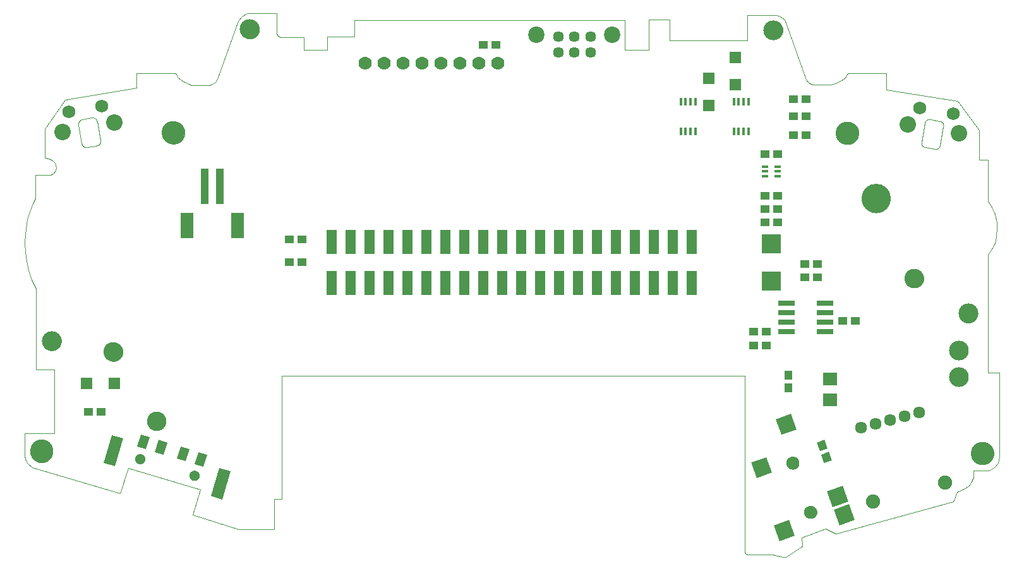
<source format=gbs>
G75*
%MOIN*%
%OFA0B0*%
%FSLAX25Y25*%
%IPPOS*%
%LPD*%
%AMOC8*
5,1,8,0,0,1.08239X$1,22.5*
%
%ADD10C,0.00000*%
%ADD11C,0.12211*%
%ADD12C,0.10400*%
%ADD13C,0.10243*%
%ADD14C,0.15361*%
%ADD15R,0.04731X0.04337*%
%ADD16R,0.05400X0.12900*%
%ADD17C,0.05700*%
%ADD18C,0.08650*%
%ADD19R,0.04900X0.06700*%
%ADD20R,0.06200X0.15400*%
%ADD21C,0.05400*%
%ADD22C,0.08668*%
%ADD23C,0.06896*%
%ADD24C,0.07000*%
%ADD25R,0.01778X0.03943*%
%ADD26R,0.05912X0.05912*%
%ADD27R,0.03550X0.01778*%
%ADD28R,0.08700X0.08700*%
%ADD29C,0.06900*%
%ADD30C,0.06337*%
%ADD31C,0.07487*%
%ADD32R,0.04337X0.18510*%
%ADD33R,0.06699X0.13786*%
%ADD34R,0.10243X0.10439*%
%ADD35R,0.07487X0.06699*%
%ADD36R,0.09061X0.02762*%
%ADD37R,0.04337X0.04731*%
D10*
X0012302Y0049630D02*
X0058595Y0035783D01*
X0063045Y0049233D01*
X0101103Y0037846D01*
X0097188Y0024403D01*
X0121450Y0016935D01*
X0140155Y0016935D01*
X0140155Y0032954D01*
X0144035Y0032954D01*
X0144035Y0097690D01*
X0388324Y0097690D01*
X0388324Y0005424D01*
X0388325Y0005424D02*
X0388327Y0005337D01*
X0388333Y0005250D01*
X0388342Y0005163D01*
X0388355Y0005077D01*
X0388372Y0004992D01*
X0388393Y0004907D01*
X0388417Y0004824D01*
X0388445Y0004741D01*
X0388476Y0004660D01*
X0388511Y0004580D01*
X0388550Y0004502D01*
X0388592Y0004426D01*
X0388637Y0004351D01*
X0388685Y0004279D01*
X0388736Y0004208D01*
X0388791Y0004140D01*
X0388848Y0004075D01*
X0388908Y0004012D01*
X0388971Y0003952D01*
X0389036Y0003894D01*
X0389104Y0003840D01*
X0389174Y0003788D01*
X0389246Y0003739D01*
X0389321Y0003694D01*
X0389397Y0003652D01*
X0389475Y0003613D01*
X0389554Y0003578D01*
X0389636Y0003546D01*
X0389718Y0003518D01*
X0389801Y0003494D01*
X0389886Y0003473D01*
X0389971Y0003455D01*
X0390057Y0003442D01*
X0390144Y0003432D01*
X0390231Y0003426D01*
X0390318Y0003424D01*
X0390317Y0003424D02*
X0403473Y0003378D01*
X0403975Y0003312D02*
X0408625Y0002088D01*
X0410221Y0002343D02*
X0417983Y0007370D01*
X0418055Y0007419D01*
X0418125Y0007471D01*
X0418193Y0007526D01*
X0418258Y0007584D01*
X0418321Y0007645D01*
X0418380Y0007709D01*
X0418437Y0007775D01*
X0418492Y0007843D01*
X0418543Y0007914D01*
X0418591Y0007987D01*
X0418635Y0008062D01*
X0418677Y0008138D01*
X0418715Y0008217D01*
X0418749Y0008297D01*
X0418780Y0008379D01*
X0418808Y0008461D01*
X0418832Y0008545D01*
X0418852Y0008630D01*
X0418868Y0008716D01*
X0418881Y0008802D01*
X0418890Y0008889D01*
X0418895Y0008976D01*
X0418896Y0009063D01*
X0418893Y0009150D01*
X0418887Y0009237D01*
X0418877Y0009324D01*
X0418421Y0012607D01*
X0431137Y0017261D01*
X0436537Y0014608D01*
X0498428Y0031413D01*
X0498773Y0032197D01*
X0500524Y0036480D01*
X0504089Y0038115D01*
X0506643Y0039804D01*
X0508209Y0042029D01*
X0508992Y0044172D01*
X0508992Y0047913D01*
X0517365Y0047913D01*
X0520266Y0049924D01*
X0522178Y0051968D01*
X0522816Y0055034D01*
X0522816Y0099617D01*
X0516706Y0099617D01*
X0516706Y0161850D01*
X0518684Y0164734D01*
X0520374Y0167948D01*
X0521074Y0171327D01*
X0521404Y0176231D01*
X0521404Y0178662D01*
X0520374Y0183030D01*
X0518519Y0187398D01*
X0516720Y0189788D01*
X0516720Y0211736D01*
X0512231Y0211736D01*
X0512231Y0227654D01*
X0500899Y0242829D01*
X0462944Y0248835D01*
X0462944Y0257405D01*
X0442876Y0257405D01*
X0441310Y0255222D01*
X0439127Y0253491D01*
X0436242Y0252131D01*
X0433605Y0251472D01*
X0424169Y0251472D01*
X0422191Y0252626D01*
X0420914Y0254315D01*
X0410355Y0283262D01*
X0409376Y0285734D01*
X0407110Y0287640D01*
X0405204Y0288309D01*
X0389597Y0288309D01*
X0389597Y0274967D01*
X0348592Y0274967D01*
X0348592Y0285719D01*
X0337647Y0285719D01*
X0337647Y0269816D01*
X0325092Y0269816D01*
X0325092Y0285479D01*
X0182443Y0285479D01*
X0182450Y0276744D01*
X0168204Y0276744D01*
X0168204Y0269986D01*
X0155677Y0269986D01*
X0155677Y0276670D01*
X0143349Y0276670D01*
X0141964Y0277329D01*
X0141371Y0278648D01*
X0141371Y0289076D01*
X0125899Y0289076D01*
X0122932Y0287552D01*
X0120954Y0285286D01*
X0110084Y0254534D01*
X0109106Y0252989D01*
X0107200Y0251649D01*
X0105140Y0251139D01*
X0096476Y0251139D01*
X0095599Y0251424D01*
X0092055Y0253196D01*
X0089377Y0255256D01*
X0088141Y0257523D01*
X0067579Y0257523D01*
X0067579Y0249694D01*
X0029711Y0243613D01*
X0018944Y0228117D01*
X0018944Y0212930D01*
X0021027Y0212561D01*
X0023111Y0211453D01*
X0024588Y0210134D01*
X0024957Y0207919D01*
X0024772Y0206126D01*
X0023586Y0204570D01*
X0022161Y0204005D01*
X0014233Y0204005D01*
X0014233Y0191901D01*
X0014090Y0191551D01*
X0012837Y0188749D01*
X0011123Y0184563D01*
X0009640Y0180640D01*
X0008618Y0172893D01*
X0008288Y0167520D01*
X0009046Y0160136D01*
X0010398Y0153510D01*
X0012112Y0148400D01*
X0014423Y0143884D01*
X0014423Y0101097D01*
X0024176Y0101097D01*
X0024176Y0067634D01*
X0008549Y0067634D01*
X0008549Y0055693D01*
X0008825Y0053944D01*
X0010242Y0051433D01*
X0012302Y0049630D01*
X0011381Y0058065D02*
X0011383Y0058218D01*
X0011389Y0058372D01*
X0011399Y0058525D01*
X0011413Y0058677D01*
X0011431Y0058830D01*
X0011453Y0058981D01*
X0011478Y0059132D01*
X0011508Y0059283D01*
X0011542Y0059433D01*
X0011579Y0059581D01*
X0011620Y0059729D01*
X0011665Y0059875D01*
X0011714Y0060021D01*
X0011767Y0060165D01*
X0011823Y0060307D01*
X0011883Y0060448D01*
X0011947Y0060588D01*
X0012014Y0060726D01*
X0012085Y0060862D01*
X0012160Y0060996D01*
X0012237Y0061128D01*
X0012319Y0061258D01*
X0012403Y0061386D01*
X0012491Y0061512D01*
X0012582Y0061635D01*
X0012676Y0061756D01*
X0012774Y0061874D01*
X0012874Y0061990D01*
X0012978Y0062103D01*
X0013084Y0062214D01*
X0013193Y0062322D01*
X0013305Y0062427D01*
X0013419Y0062528D01*
X0013537Y0062627D01*
X0013656Y0062723D01*
X0013778Y0062816D01*
X0013903Y0062905D01*
X0014030Y0062992D01*
X0014159Y0063074D01*
X0014290Y0063154D01*
X0014423Y0063230D01*
X0014558Y0063303D01*
X0014695Y0063372D01*
X0014834Y0063437D01*
X0014974Y0063499D01*
X0015116Y0063557D01*
X0015259Y0063612D01*
X0015404Y0063663D01*
X0015550Y0063710D01*
X0015697Y0063753D01*
X0015845Y0063792D01*
X0015994Y0063828D01*
X0016144Y0063859D01*
X0016295Y0063887D01*
X0016446Y0063911D01*
X0016599Y0063931D01*
X0016751Y0063947D01*
X0016904Y0063959D01*
X0017057Y0063967D01*
X0017210Y0063971D01*
X0017364Y0063971D01*
X0017517Y0063967D01*
X0017670Y0063959D01*
X0017823Y0063947D01*
X0017975Y0063931D01*
X0018128Y0063911D01*
X0018279Y0063887D01*
X0018430Y0063859D01*
X0018580Y0063828D01*
X0018729Y0063792D01*
X0018877Y0063753D01*
X0019024Y0063710D01*
X0019170Y0063663D01*
X0019315Y0063612D01*
X0019458Y0063557D01*
X0019600Y0063499D01*
X0019740Y0063437D01*
X0019879Y0063372D01*
X0020016Y0063303D01*
X0020151Y0063230D01*
X0020284Y0063154D01*
X0020415Y0063074D01*
X0020544Y0062992D01*
X0020671Y0062905D01*
X0020796Y0062816D01*
X0020918Y0062723D01*
X0021037Y0062627D01*
X0021155Y0062528D01*
X0021269Y0062427D01*
X0021381Y0062322D01*
X0021490Y0062214D01*
X0021596Y0062103D01*
X0021700Y0061990D01*
X0021800Y0061874D01*
X0021898Y0061756D01*
X0021992Y0061635D01*
X0022083Y0061512D01*
X0022171Y0061386D01*
X0022255Y0061258D01*
X0022337Y0061128D01*
X0022414Y0060996D01*
X0022489Y0060862D01*
X0022560Y0060726D01*
X0022627Y0060588D01*
X0022691Y0060448D01*
X0022751Y0060307D01*
X0022807Y0060165D01*
X0022860Y0060021D01*
X0022909Y0059875D01*
X0022954Y0059729D01*
X0022995Y0059581D01*
X0023032Y0059433D01*
X0023066Y0059283D01*
X0023096Y0059132D01*
X0023121Y0058981D01*
X0023143Y0058830D01*
X0023161Y0058677D01*
X0023175Y0058525D01*
X0023185Y0058372D01*
X0023191Y0058218D01*
X0023193Y0058065D01*
X0023191Y0057912D01*
X0023185Y0057758D01*
X0023175Y0057605D01*
X0023161Y0057453D01*
X0023143Y0057300D01*
X0023121Y0057149D01*
X0023096Y0056998D01*
X0023066Y0056847D01*
X0023032Y0056697D01*
X0022995Y0056549D01*
X0022954Y0056401D01*
X0022909Y0056255D01*
X0022860Y0056109D01*
X0022807Y0055965D01*
X0022751Y0055823D01*
X0022691Y0055682D01*
X0022627Y0055542D01*
X0022560Y0055404D01*
X0022489Y0055268D01*
X0022414Y0055134D01*
X0022337Y0055002D01*
X0022255Y0054872D01*
X0022171Y0054744D01*
X0022083Y0054618D01*
X0021992Y0054495D01*
X0021898Y0054374D01*
X0021800Y0054256D01*
X0021700Y0054140D01*
X0021596Y0054027D01*
X0021490Y0053916D01*
X0021381Y0053808D01*
X0021269Y0053703D01*
X0021155Y0053602D01*
X0021037Y0053503D01*
X0020918Y0053407D01*
X0020796Y0053314D01*
X0020671Y0053225D01*
X0020544Y0053138D01*
X0020415Y0053056D01*
X0020284Y0052976D01*
X0020151Y0052900D01*
X0020016Y0052827D01*
X0019879Y0052758D01*
X0019740Y0052693D01*
X0019600Y0052631D01*
X0019458Y0052573D01*
X0019315Y0052518D01*
X0019170Y0052467D01*
X0019024Y0052420D01*
X0018877Y0052377D01*
X0018729Y0052338D01*
X0018580Y0052302D01*
X0018430Y0052271D01*
X0018279Y0052243D01*
X0018128Y0052219D01*
X0017975Y0052199D01*
X0017823Y0052183D01*
X0017670Y0052171D01*
X0017517Y0052163D01*
X0017364Y0052159D01*
X0017210Y0052159D01*
X0017057Y0052163D01*
X0016904Y0052171D01*
X0016751Y0052183D01*
X0016599Y0052199D01*
X0016446Y0052219D01*
X0016295Y0052243D01*
X0016144Y0052271D01*
X0015994Y0052302D01*
X0015845Y0052338D01*
X0015697Y0052377D01*
X0015550Y0052420D01*
X0015404Y0052467D01*
X0015259Y0052518D01*
X0015116Y0052573D01*
X0014974Y0052631D01*
X0014834Y0052693D01*
X0014695Y0052758D01*
X0014558Y0052827D01*
X0014423Y0052900D01*
X0014290Y0052976D01*
X0014159Y0053056D01*
X0014030Y0053138D01*
X0013903Y0053225D01*
X0013778Y0053314D01*
X0013656Y0053407D01*
X0013537Y0053503D01*
X0013419Y0053602D01*
X0013305Y0053703D01*
X0013193Y0053808D01*
X0013084Y0053916D01*
X0012978Y0054027D01*
X0012874Y0054140D01*
X0012774Y0054256D01*
X0012676Y0054374D01*
X0012582Y0054495D01*
X0012491Y0054618D01*
X0012403Y0054744D01*
X0012319Y0054872D01*
X0012237Y0055002D01*
X0012160Y0055134D01*
X0012085Y0055268D01*
X0012014Y0055404D01*
X0011947Y0055542D01*
X0011883Y0055682D01*
X0011823Y0055823D01*
X0011767Y0055965D01*
X0011714Y0056109D01*
X0011665Y0056255D01*
X0011620Y0056401D01*
X0011579Y0056549D01*
X0011542Y0056697D01*
X0011508Y0056847D01*
X0011478Y0056998D01*
X0011453Y0057149D01*
X0011431Y0057300D01*
X0011413Y0057453D01*
X0011399Y0057605D01*
X0011389Y0057758D01*
X0011383Y0057912D01*
X0011381Y0058065D01*
X0066767Y0053998D02*
X0066769Y0054097D01*
X0066775Y0054197D01*
X0066785Y0054296D01*
X0066799Y0054394D01*
X0066816Y0054492D01*
X0066838Y0054589D01*
X0066863Y0054685D01*
X0066892Y0054780D01*
X0066925Y0054874D01*
X0066962Y0054966D01*
X0067002Y0055057D01*
X0067046Y0055146D01*
X0067094Y0055234D01*
X0067145Y0055319D01*
X0067199Y0055402D01*
X0067256Y0055484D01*
X0067317Y0055562D01*
X0067381Y0055639D01*
X0067447Y0055712D01*
X0067517Y0055783D01*
X0067589Y0055851D01*
X0067664Y0055917D01*
X0067742Y0055979D01*
X0067822Y0056038D01*
X0067904Y0056094D01*
X0067988Y0056146D01*
X0068075Y0056195D01*
X0068163Y0056241D01*
X0068253Y0056283D01*
X0068345Y0056322D01*
X0068438Y0056357D01*
X0068532Y0056388D01*
X0068628Y0056415D01*
X0068725Y0056438D01*
X0068822Y0056458D01*
X0068920Y0056474D01*
X0069019Y0056486D01*
X0069118Y0056494D01*
X0069217Y0056498D01*
X0069317Y0056498D01*
X0069416Y0056494D01*
X0069515Y0056486D01*
X0069614Y0056474D01*
X0069712Y0056458D01*
X0069809Y0056438D01*
X0069906Y0056415D01*
X0070002Y0056388D01*
X0070096Y0056357D01*
X0070189Y0056322D01*
X0070281Y0056283D01*
X0070371Y0056241D01*
X0070459Y0056195D01*
X0070546Y0056146D01*
X0070630Y0056094D01*
X0070712Y0056038D01*
X0070792Y0055979D01*
X0070870Y0055917D01*
X0070945Y0055851D01*
X0071017Y0055783D01*
X0071087Y0055712D01*
X0071153Y0055639D01*
X0071217Y0055562D01*
X0071278Y0055484D01*
X0071335Y0055402D01*
X0071389Y0055319D01*
X0071440Y0055234D01*
X0071488Y0055146D01*
X0071532Y0055057D01*
X0071572Y0054966D01*
X0071609Y0054874D01*
X0071642Y0054780D01*
X0071671Y0054685D01*
X0071696Y0054589D01*
X0071718Y0054492D01*
X0071735Y0054394D01*
X0071749Y0054296D01*
X0071759Y0054197D01*
X0071765Y0054097D01*
X0071767Y0053998D01*
X0071765Y0053899D01*
X0071759Y0053799D01*
X0071749Y0053700D01*
X0071735Y0053602D01*
X0071718Y0053504D01*
X0071696Y0053407D01*
X0071671Y0053311D01*
X0071642Y0053216D01*
X0071609Y0053122D01*
X0071572Y0053030D01*
X0071532Y0052939D01*
X0071488Y0052850D01*
X0071440Y0052762D01*
X0071389Y0052677D01*
X0071335Y0052594D01*
X0071278Y0052512D01*
X0071217Y0052434D01*
X0071153Y0052357D01*
X0071087Y0052284D01*
X0071017Y0052213D01*
X0070945Y0052145D01*
X0070870Y0052079D01*
X0070792Y0052017D01*
X0070712Y0051958D01*
X0070630Y0051902D01*
X0070546Y0051850D01*
X0070459Y0051801D01*
X0070371Y0051755D01*
X0070281Y0051713D01*
X0070189Y0051674D01*
X0070096Y0051639D01*
X0070002Y0051608D01*
X0069906Y0051581D01*
X0069809Y0051558D01*
X0069712Y0051538D01*
X0069614Y0051522D01*
X0069515Y0051510D01*
X0069416Y0051502D01*
X0069317Y0051498D01*
X0069217Y0051498D01*
X0069118Y0051502D01*
X0069019Y0051510D01*
X0068920Y0051522D01*
X0068822Y0051538D01*
X0068725Y0051558D01*
X0068628Y0051581D01*
X0068532Y0051608D01*
X0068438Y0051639D01*
X0068345Y0051674D01*
X0068253Y0051713D01*
X0068163Y0051755D01*
X0068075Y0051801D01*
X0067988Y0051850D01*
X0067904Y0051902D01*
X0067822Y0051958D01*
X0067742Y0052017D01*
X0067664Y0052079D01*
X0067589Y0052145D01*
X0067517Y0052213D01*
X0067447Y0052284D01*
X0067381Y0052357D01*
X0067317Y0052434D01*
X0067256Y0052512D01*
X0067199Y0052594D01*
X0067145Y0052677D01*
X0067094Y0052762D01*
X0067046Y0052850D01*
X0067002Y0052939D01*
X0066962Y0053030D01*
X0066925Y0053122D01*
X0066892Y0053216D01*
X0066863Y0053311D01*
X0066838Y0053407D01*
X0066816Y0053504D01*
X0066799Y0053602D01*
X0066785Y0053700D01*
X0066775Y0053799D01*
X0066769Y0053899D01*
X0066767Y0053998D01*
X0095457Y0045227D02*
X0095459Y0045326D01*
X0095465Y0045426D01*
X0095475Y0045525D01*
X0095489Y0045623D01*
X0095506Y0045721D01*
X0095528Y0045818D01*
X0095553Y0045914D01*
X0095582Y0046009D01*
X0095615Y0046103D01*
X0095652Y0046195D01*
X0095692Y0046286D01*
X0095736Y0046375D01*
X0095784Y0046463D01*
X0095835Y0046548D01*
X0095889Y0046631D01*
X0095946Y0046713D01*
X0096007Y0046791D01*
X0096071Y0046868D01*
X0096137Y0046941D01*
X0096207Y0047012D01*
X0096279Y0047080D01*
X0096354Y0047146D01*
X0096432Y0047208D01*
X0096512Y0047267D01*
X0096594Y0047323D01*
X0096678Y0047375D01*
X0096765Y0047424D01*
X0096853Y0047470D01*
X0096943Y0047512D01*
X0097035Y0047551D01*
X0097128Y0047586D01*
X0097222Y0047617D01*
X0097318Y0047644D01*
X0097415Y0047667D01*
X0097512Y0047687D01*
X0097610Y0047703D01*
X0097709Y0047715D01*
X0097808Y0047723D01*
X0097907Y0047727D01*
X0098007Y0047727D01*
X0098106Y0047723D01*
X0098205Y0047715D01*
X0098304Y0047703D01*
X0098402Y0047687D01*
X0098499Y0047667D01*
X0098596Y0047644D01*
X0098692Y0047617D01*
X0098786Y0047586D01*
X0098879Y0047551D01*
X0098971Y0047512D01*
X0099061Y0047470D01*
X0099149Y0047424D01*
X0099236Y0047375D01*
X0099320Y0047323D01*
X0099402Y0047267D01*
X0099482Y0047208D01*
X0099560Y0047146D01*
X0099635Y0047080D01*
X0099707Y0047012D01*
X0099777Y0046941D01*
X0099843Y0046868D01*
X0099907Y0046791D01*
X0099968Y0046713D01*
X0100025Y0046631D01*
X0100079Y0046548D01*
X0100130Y0046463D01*
X0100178Y0046375D01*
X0100222Y0046286D01*
X0100262Y0046195D01*
X0100299Y0046103D01*
X0100332Y0046009D01*
X0100361Y0045914D01*
X0100386Y0045818D01*
X0100408Y0045721D01*
X0100425Y0045623D01*
X0100439Y0045525D01*
X0100449Y0045426D01*
X0100455Y0045326D01*
X0100457Y0045227D01*
X0100455Y0045128D01*
X0100449Y0045028D01*
X0100439Y0044929D01*
X0100425Y0044831D01*
X0100408Y0044733D01*
X0100386Y0044636D01*
X0100361Y0044540D01*
X0100332Y0044445D01*
X0100299Y0044351D01*
X0100262Y0044259D01*
X0100222Y0044168D01*
X0100178Y0044079D01*
X0100130Y0043991D01*
X0100079Y0043906D01*
X0100025Y0043823D01*
X0099968Y0043741D01*
X0099907Y0043663D01*
X0099843Y0043586D01*
X0099777Y0043513D01*
X0099707Y0043442D01*
X0099635Y0043374D01*
X0099560Y0043308D01*
X0099482Y0043246D01*
X0099402Y0043187D01*
X0099320Y0043131D01*
X0099236Y0043079D01*
X0099149Y0043030D01*
X0099061Y0042984D01*
X0098971Y0042942D01*
X0098879Y0042903D01*
X0098786Y0042868D01*
X0098692Y0042837D01*
X0098596Y0042810D01*
X0098499Y0042787D01*
X0098402Y0042767D01*
X0098304Y0042751D01*
X0098205Y0042739D01*
X0098106Y0042731D01*
X0098007Y0042727D01*
X0097907Y0042727D01*
X0097808Y0042731D01*
X0097709Y0042739D01*
X0097610Y0042751D01*
X0097512Y0042767D01*
X0097415Y0042787D01*
X0097318Y0042810D01*
X0097222Y0042837D01*
X0097128Y0042868D01*
X0097035Y0042903D01*
X0096943Y0042942D01*
X0096853Y0042984D01*
X0096765Y0043030D01*
X0096678Y0043079D01*
X0096594Y0043131D01*
X0096512Y0043187D01*
X0096432Y0043246D01*
X0096354Y0043308D01*
X0096279Y0043374D01*
X0096207Y0043442D01*
X0096137Y0043513D01*
X0096071Y0043586D01*
X0096007Y0043663D01*
X0095946Y0043741D01*
X0095889Y0043823D01*
X0095835Y0043906D01*
X0095784Y0043991D01*
X0095736Y0044079D01*
X0095692Y0044168D01*
X0095652Y0044259D01*
X0095615Y0044351D01*
X0095582Y0044445D01*
X0095553Y0044540D01*
X0095528Y0044636D01*
X0095506Y0044733D01*
X0095489Y0044831D01*
X0095475Y0044929D01*
X0095465Y0045028D01*
X0095459Y0045128D01*
X0095457Y0045227D01*
X0073045Y0073956D02*
X0073047Y0074096D01*
X0073053Y0074236D01*
X0073063Y0074375D01*
X0073077Y0074514D01*
X0073095Y0074653D01*
X0073116Y0074791D01*
X0073142Y0074929D01*
X0073172Y0075066D01*
X0073205Y0075201D01*
X0073243Y0075336D01*
X0073284Y0075470D01*
X0073329Y0075603D01*
X0073377Y0075734D01*
X0073430Y0075863D01*
X0073486Y0075992D01*
X0073545Y0076118D01*
X0073609Y0076243D01*
X0073675Y0076366D01*
X0073746Y0076487D01*
X0073819Y0076606D01*
X0073896Y0076723D01*
X0073977Y0076837D01*
X0074060Y0076949D01*
X0074147Y0077059D01*
X0074237Y0077167D01*
X0074329Y0077271D01*
X0074425Y0077373D01*
X0074524Y0077473D01*
X0074625Y0077569D01*
X0074729Y0077663D01*
X0074836Y0077753D01*
X0074945Y0077840D01*
X0075057Y0077925D01*
X0075171Y0078006D01*
X0075287Y0078084D01*
X0075405Y0078158D01*
X0075526Y0078229D01*
X0075648Y0078297D01*
X0075773Y0078361D01*
X0075899Y0078422D01*
X0076026Y0078479D01*
X0076156Y0078532D01*
X0076287Y0078582D01*
X0076419Y0078627D01*
X0076552Y0078670D01*
X0076687Y0078708D01*
X0076822Y0078742D01*
X0076959Y0078773D01*
X0077096Y0078800D01*
X0077234Y0078822D01*
X0077373Y0078841D01*
X0077512Y0078856D01*
X0077651Y0078867D01*
X0077791Y0078874D01*
X0077931Y0078877D01*
X0078071Y0078876D01*
X0078211Y0078871D01*
X0078350Y0078862D01*
X0078490Y0078849D01*
X0078629Y0078832D01*
X0078767Y0078811D01*
X0078905Y0078787D01*
X0079042Y0078758D01*
X0079178Y0078726D01*
X0079313Y0078689D01*
X0079447Y0078649D01*
X0079580Y0078605D01*
X0079711Y0078557D01*
X0079841Y0078506D01*
X0079970Y0078451D01*
X0080097Y0078392D01*
X0080222Y0078329D01*
X0080345Y0078264D01*
X0080467Y0078194D01*
X0080586Y0078121D01*
X0080704Y0078045D01*
X0080819Y0077966D01*
X0080932Y0077883D01*
X0081042Y0077797D01*
X0081150Y0077708D01*
X0081255Y0077616D01*
X0081358Y0077521D01*
X0081458Y0077423D01*
X0081555Y0077323D01*
X0081649Y0077219D01*
X0081741Y0077113D01*
X0081829Y0077005D01*
X0081914Y0076894D01*
X0081996Y0076780D01*
X0082075Y0076664D01*
X0082150Y0076547D01*
X0082222Y0076427D01*
X0082290Y0076305D01*
X0082355Y0076181D01*
X0082417Y0076055D01*
X0082475Y0075928D01*
X0082529Y0075799D01*
X0082580Y0075668D01*
X0082626Y0075536D01*
X0082669Y0075403D01*
X0082709Y0075269D01*
X0082744Y0075134D01*
X0082776Y0074997D01*
X0082803Y0074860D01*
X0082827Y0074722D01*
X0082847Y0074584D01*
X0082863Y0074445D01*
X0082875Y0074305D01*
X0082883Y0074166D01*
X0082887Y0074026D01*
X0082887Y0073886D01*
X0082883Y0073746D01*
X0082875Y0073607D01*
X0082863Y0073467D01*
X0082847Y0073328D01*
X0082827Y0073190D01*
X0082803Y0073052D01*
X0082776Y0072915D01*
X0082744Y0072778D01*
X0082709Y0072643D01*
X0082669Y0072509D01*
X0082626Y0072376D01*
X0082580Y0072244D01*
X0082529Y0072113D01*
X0082475Y0071984D01*
X0082417Y0071857D01*
X0082355Y0071731D01*
X0082290Y0071607D01*
X0082222Y0071485D01*
X0082150Y0071365D01*
X0082075Y0071248D01*
X0081996Y0071132D01*
X0081914Y0071018D01*
X0081829Y0070907D01*
X0081741Y0070799D01*
X0081649Y0070693D01*
X0081555Y0070589D01*
X0081458Y0070489D01*
X0081358Y0070391D01*
X0081255Y0070296D01*
X0081150Y0070204D01*
X0081042Y0070115D01*
X0080932Y0070029D01*
X0080819Y0069946D01*
X0080704Y0069867D01*
X0080586Y0069791D01*
X0080467Y0069718D01*
X0080345Y0069648D01*
X0080222Y0069583D01*
X0080097Y0069520D01*
X0079970Y0069461D01*
X0079841Y0069406D01*
X0079711Y0069355D01*
X0079580Y0069307D01*
X0079447Y0069263D01*
X0079313Y0069223D01*
X0079178Y0069186D01*
X0079042Y0069154D01*
X0078905Y0069125D01*
X0078767Y0069101D01*
X0078629Y0069080D01*
X0078490Y0069063D01*
X0078350Y0069050D01*
X0078211Y0069041D01*
X0078071Y0069036D01*
X0077931Y0069035D01*
X0077791Y0069038D01*
X0077651Y0069045D01*
X0077512Y0069056D01*
X0077373Y0069071D01*
X0077234Y0069090D01*
X0077096Y0069112D01*
X0076959Y0069139D01*
X0076822Y0069170D01*
X0076687Y0069204D01*
X0076552Y0069242D01*
X0076419Y0069285D01*
X0076287Y0069330D01*
X0076156Y0069380D01*
X0076026Y0069433D01*
X0075899Y0069490D01*
X0075773Y0069551D01*
X0075648Y0069615D01*
X0075526Y0069683D01*
X0075405Y0069754D01*
X0075287Y0069828D01*
X0075171Y0069906D01*
X0075057Y0069987D01*
X0074945Y0070072D01*
X0074836Y0070159D01*
X0074729Y0070249D01*
X0074625Y0070343D01*
X0074524Y0070439D01*
X0074425Y0070539D01*
X0074329Y0070641D01*
X0074237Y0070745D01*
X0074147Y0070853D01*
X0074060Y0070963D01*
X0073977Y0071075D01*
X0073896Y0071189D01*
X0073819Y0071306D01*
X0073746Y0071425D01*
X0073675Y0071546D01*
X0073609Y0071669D01*
X0073545Y0071794D01*
X0073486Y0071920D01*
X0073430Y0072049D01*
X0073377Y0072178D01*
X0073329Y0072309D01*
X0073284Y0072442D01*
X0073243Y0072576D01*
X0073205Y0072711D01*
X0073172Y0072846D01*
X0073142Y0072983D01*
X0073116Y0073121D01*
X0073095Y0073259D01*
X0073077Y0073398D01*
X0073063Y0073537D01*
X0073053Y0073676D01*
X0073047Y0073816D01*
X0073045Y0073956D01*
X0050286Y0110519D02*
X0050288Y0110659D01*
X0050294Y0110799D01*
X0050304Y0110938D01*
X0050318Y0111077D01*
X0050336Y0111216D01*
X0050357Y0111354D01*
X0050383Y0111492D01*
X0050413Y0111629D01*
X0050446Y0111764D01*
X0050484Y0111899D01*
X0050525Y0112033D01*
X0050570Y0112166D01*
X0050618Y0112297D01*
X0050671Y0112426D01*
X0050727Y0112555D01*
X0050786Y0112681D01*
X0050850Y0112806D01*
X0050916Y0112929D01*
X0050987Y0113050D01*
X0051060Y0113169D01*
X0051137Y0113286D01*
X0051218Y0113400D01*
X0051301Y0113512D01*
X0051388Y0113622D01*
X0051478Y0113730D01*
X0051570Y0113834D01*
X0051666Y0113936D01*
X0051765Y0114036D01*
X0051866Y0114132D01*
X0051970Y0114226D01*
X0052077Y0114316D01*
X0052186Y0114403D01*
X0052298Y0114488D01*
X0052412Y0114569D01*
X0052528Y0114647D01*
X0052646Y0114721D01*
X0052767Y0114792D01*
X0052889Y0114860D01*
X0053014Y0114924D01*
X0053140Y0114985D01*
X0053267Y0115042D01*
X0053397Y0115095D01*
X0053528Y0115145D01*
X0053660Y0115190D01*
X0053793Y0115233D01*
X0053928Y0115271D01*
X0054063Y0115305D01*
X0054200Y0115336D01*
X0054337Y0115363D01*
X0054475Y0115385D01*
X0054614Y0115404D01*
X0054753Y0115419D01*
X0054892Y0115430D01*
X0055032Y0115437D01*
X0055172Y0115440D01*
X0055312Y0115439D01*
X0055452Y0115434D01*
X0055591Y0115425D01*
X0055731Y0115412D01*
X0055870Y0115395D01*
X0056008Y0115374D01*
X0056146Y0115350D01*
X0056283Y0115321D01*
X0056419Y0115289D01*
X0056554Y0115252D01*
X0056688Y0115212D01*
X0056821Y0115168D01*
X0056952Y0115120D01*
X0057082Y0115069D01*
X0057211Y0115014D01*
X0057338Y0114955D01*
X0057463Y0114892D01*
X0057586Y0114827D01*
X0057708Y0114757D01*
X0057827Y0114684D01*
X0057945Y0114608D01*
X0058060Y0114529D01*
X0058173Y0114446D01*
X0058283Y0114360D01*
X0058391Y0114271D01*
X0058496Y0114179D01*
X0058599Y0114084D01*
X0058699Y0113986D01*
X0058796Y0113886D01*
X0058890Y0113782D01*
X0058982Y0113676D01*
X0059070Y0113568D01*
X0059155Y0113457D01*
X0059237Y0113343D01*
X0059316Y0113227D01*
X0059391Y0113110D01*
X0059463Y0112990D01*
X0059531Y0112868D01*
X0059596Y0112744D01*
X0059658Y0112618D01*
X0059716Y0112491D01*
X0059770Y0112362D01*
X0059821Y0112231D01*
X0059867Y0112099D01*
X0059910Y0111966D01*
X0059950Y0111832D01*
X0059985Y0111697D01*
X0060017Y0111560D01*
X0060044Y0111423D01*
X0060068Y0111285D01*
X0060088Y0111147D01*
X0060104Y0111008D01*
X0060116Y0110868D01*
X0060124Y0110729D01*
X0060128Y0110589D01*
X0060128Y0110449D01*
X0060124Y0110309D01*
X0060116Y0110170D01*
X0060104Y0110030D01*
X0060088Y0109891D01*
X0060068Y0109753D01*
X0060044Y0109615D01*
X0060017Y0109478D01*
X0059985Y0109341D01*
X0059950Y0109206D01*
X0059910Y0109072D01*
X0059867Y0108939D01*
X0059821Y0108807D01*
X0059770Y0108676D01*
X0059716Y0108547D01*
X0059658Y0108420D01*
X0059596Y0108294D01*
X0059531Y0108170D01*
X0059463Y0108048D01*
X0059391Y0107928D01*
X0059316Y0107811D01*
X0059237Y0107695D01*
X0059155Y0107581D01*
X0059070Y0107470D01*
X0058982Y0107362D01*
X0058890Y0107256D01*
X0058796Y0107152D01*
X0058699Y0107052D01*
X0058599Y0106954D01*
X0058496Y0106859D01*
X0058391Y0106767D01*
X0058283Y0106678D01*
X0058173Y0106592D01*
X0058060Y0106509D01*
X0057945Y0106430D01*
X0057827Y0106354D01*
X0057708Y0106281D01*
X0057586Y0106211D01*
X0057463Y0106146D01*
X0057338Y0106083D01*
X0057211Y0106024D01*
X0057082Y0105969D01*
X0056952Y0105918D01*
X0056821Y0105870D01*
X0056688Y0105826D01*
X0056554Y0105786D01*
X0056419Y0105749D01*
X0056283Y0105717D01*
X0056146Y0105688D01*
X0056008Y0105664D01*
X0055870Y0105643D01*
X0055731Y0105626D01*
X0055591Y0105613D01*
X0055452Y0105604D01*
X0055312Y0105599D01*
X0055172Y0105598D01*
X0055032Y0105601D01*
X0054892Y0105608D01*
X0054753Y0105619D01*
X0054614Y0105634D01*
X0054475Y0105653D01*
X0054337Y0105675D01*
X0054200Y0105702D01*
X0054063Y0105733D01*
X0053928Y0105767D01*
X0053793Y0105805D01*
X0053660Y0105848D01*
X0053528Y0105893D01*
X0053397Y0105943D01*
X0053267Y0105996D01*
X0053140Y0106053D01*
X0053014Y0106114D01*
X0052889Y0106178D01*
X0052767Y0106246D01*
X0052646Y0106317D01*
X0052528Y0106391D01*
X0052412Y0106469D01*
X0052298Y0106550D01*
X0052186Y0106635D01*
X0052077Y0106722D01*
X0051970Y0106812D01*
X0051866Y0106906D01*
X0051765Y0107002D01*
X0051666Y0107102D01*
X0051570Y0107204D01*
X0051478Y0107308D01*
X0051388Y0107416D01*
X0051301Y0107526D01*
X0051218Y0107638D01*
X0051137Y0107752D01*
X0051060Y0107869D01*
X0050987Y0107988D01*
X0050916Y0108109D01*
X0050850Y0108232D01*
X0050786Y0108357D01*
X0050727Y0108483D01*
X0050671Y0108612D01*
X0050618Y0108741D01*
X0050570Y0108872D01*
X0050525Y0109005D01*
X0050484Y0109139D01*
X0050446Y0109274D01*
X0050413Y0109409D01*
X0050383Y0109546D01*
X0050357Y0109684D01*
X0050336Y0109822D01*
X0050318Y0109961D01*
X0050304Y0110100D01*
X0050294Y0110239D01*
X0050288Y0110379D01*
X0050286Y0110519D01*
X0017664Y0116245D02*
X0017666Y0116386D01*
X0017672Y0116527D01*
X0017682Y0116667D01*
X0017696Y0116807D01*
X0017714Y0116947D01*
X0017735Y0117086D01*
X0017761Y0117225D01*
X0017790Y0117363D01*
X0017824Y0117499D01*
X0017861Y0117635D01*
X0017902Y0117770D01*
X0017947Y0117904D01*
X0017996Y0118036D01*
X0018048Y0118167D01*
X0018104Y0118296D01*
X0018164Y0118423D01*
X0018227Y0118549D01*
X0018293Y0118673D01*
X0018364Y0118796D01*
X0018437Y0118916D01*
X0018514Y0119034D01*
X0018594Y0119150D01*
X0018678Y0119263D01*
X0018764Y0119374D01*
X0018854Y0119483D01*
X0018947Y0119589D01*
X0019042Y0119692D01*
X0019141Y0119793D01*
X0019242Y0119891D01*
X0019346Y0119986D01*
X0019453Y0120078D01*
X0019562Y0120167D01*
X0019674Y0120252D01*
X0019788Y0120335D01*
X0019904Y0120415D01*
X0020023Y0120491D01*
X0020144Y0120563D01*
X0020266Y0120633D01*
X0020391Y0120698D01*
X0020517Y0120761D01*
X0020645Y0120819D01*
X0020775Y0120874D01*
X0020906Y0120926D01*
X0021039Y0120973D01*
X0021173Y0121017D01*
X0021308Y0121058D01*
X0021444Y0121094D01*
X0021581Y0121126D01*
X0021719Y0121155D01*
X0021857Y0121180D01*
X0021997Y0121200D01*
X0022137Y0121217D01*
X0022277Y0121230D01*
X0022418Y0121239D01*
X0022558Y0121244D01*
X0022699Y0121245D01*
X0022840Y0121242D01*
X0022981Y0121235D01*
X0023121Y0121224D01*
X0023261Y0121209D01*
X0023401Y0121190D01*
X0023540Y0121168D01*
X0023678Y0121141D01*
X0023816Y0121111D01*
X0023952Y0121076D01*
X0024088Y0121038D01*
X0024222Y0120996D01*
X0024356Y0120950D01*
X0024488Y0120901D01*
X0024618Y0120847D01*
X0024747Y0120790D01*
X0024874Y0120730D01*
X0025000Y0120666D01*
X0025123Y0120598D01*
X0025245Y0120527D01*
X0025365Y0120453D01*
X0025482Y0120375D01*
X0025597Y0120294D01*
X0025710Y0120210D01*
X0025821Y0120123D01*
X0025929Y0120032D01*
X0026034Y0119939D01*
X0026137Y0119842D01*
X0026237Y0119743D01*
X0026334Y0119641D01*
X0026428Y0119536D01*
X0026519Y0119429D01*
X0026607Y0119319D01*
X0026692Y0119207D01*
X0026774Y0119092D01*
X0026853Y0118975D01*
X0026928Y0118856D01*
X0027000Y0118735D01*
X0027068Y0118612D01*
X0027133Y0118487D01*
X0027195Y0118360D01*
X0027252Y0118231D01*
X0027307Y0118101D01*
X0027357Y0117970D01*
X0027404Y0117837D01*
X0027447Y0117703D01*
X0027486Y0117567D01*
X0027521Y0117431D01*
X0027553Y0117294D01*
X0027580Y0117156D01*
X0027604Y0117017D01*
X0027624Y0116877D01*
X0027640Y0116737D01*
X0027652Y0116597D01*
X0027660Y0116456D01*
X0027664Y0116315D01*
X0027664Y0116175D01*
X0027660Y0116034D01*
X0027652Y0115893D01*
X0027640Y0115753D01*
X0027624Y0115613D01*
X0027604Y0115473D01*
X0027580Y0115334D01*
X0027553Y0115196D01*
X0027521Y0115059D01*
X0027486Y0114923D01*
X0027447Y0114787D01*
X0027404Y0114653D01*
X0027357Y0114520D01*
X0027307Y0114389D01*
X0027252Y0114259D01*
X0027195Y0114130D01*
X0027133Y0114003D01*
X0027068Y0113878D01*
X0027000Y0113755D01*
X0026928Y0113634D01*
X0026853Y0113515D01*
X0026774Y0113398D01*
X0026692Y0113283D01*
X0026607Y0113171D01*
X0026519Y0113061D01*
X0026428Y0112954D01*
X0026334Y0112849D01*
X0026237Y0112747D01*
X0026137Y0112648D01*
X0026034Y0112551D01*
X0025929Y0112458D01*
X0025821Y0112367D01*
X0025710Y0112280D01*
X0025597Y0112196D01*
X0025482Y0112115D01*
X0025365Y0112037D01*
X0025245Y0111963D01*
X0025123Y0111892D01*
X0025000Y0111824D01*
X0024874Y0111760D01*
X0024747Y0111700D01*
X0024618Y0111643D01*
X0024488Y0111589D01*
X0024356Y0111540D01*
X0024222Y0111494D01*
X0024088Y0111452D01*
X0023952Y0111414D01*
X0023816Y0111379D01*
X0023678Y0111349D01*
X0023540Y0111322D01*
X0023401Y0111300D01*
X0023261Y0111281D01*
X0023121Y0111266D01*
X0022981Y0111255D01*
X0022840Y0111248D01*
X0022699Y0111245D01*
X0022558Y0111246D01*
X0022418Y0111251D01*
X0022277Y0111260D01*
X0022137Y0111273D01*
X0021997Y0111290D01*
X0021857Y0111310D01*
X0021719Y0111335D01*
X0021581Y0111364D01*
X0021444Y0111396D01*
X0021308Y0111432D01*
X0021173Y0111473D01*
X0021039Y0111517D01*
X0020906Y0111564D01*
X0020775Y0111616D01*
X0020645Y0111671D01*
X0020517Y0111729D01*
X0020391Y0111792D01*
X0020266Y0111857D01*
X0020144Y0111927D01*
X0020023Y0111999D01*
X0019904Y0112075D01*
X0019788Y0112155D01*
X0019674Y0112238D01*
X0019562Y0112323D01*
X0019453Y0112412D01*
X0019346Y0112504D01*
X0019242Y0112599D01*
X0019141Y0112697D01*
X0019042Y0112798D01*
X0018947Y0112901D01*
X0018854Y0113007D01*
X0018764Y0113116D01*
X0018678Y0113227D01*
X0018594Y0113340D01*
X0018514Y0113456D01*
X0018437Y0113574D01*
X0018364Y0113694D01*
X0018293Y0113817D01*
X0018227Y0113941D01*
X0018164Y0114067D01*
X0018104Y0114194D01*
X0018048Y0114323D01*
X0017996Y0114454D01*
X0017947Y0114586D01*
X0017902Y0114720D01*
X0017861Y0114855D01*
X0017824Y0114991D01*
X0017790Y0115127D01*
X0017761Y0115265D01*
X0017735Y0115404D01*
X0017714Y0115543D01*
X0017696Y0115683D01*
X0017682Y0115823D01*
X0017672Y0115963D01*
X0017666Y0116104D01*
X0017664Y0116245D01*
X0041425Y0218445D02*
X0046349Y0219313D01*
X0046445Y0219332D01*
X0046541Y0219355D01*
X0046635Y0219381D01*
X0046729Y0219411D01*
X0046821Y0219445D01*
X0046912Y0219482D01*
X0047001Y0219523D01*
X0047089Y0219568D01*
X0047174Y0219615D01*
X0047258Y0219667D01*
X0047340Y0219721D01*
X0047420Y0219778D01*
X0047497Y0219839D01*
X0047572Y0219903D01*
X0047644Y0219969D01*
X0047713Y0220038D01*
X0047780Y0220110D01*
X0047844Y0220185D01*
X0047905Y0220262D01*
X0047963Y0220341D01*
X0048018Y0220423D01*
X0048069Y0220506D01*
X0048117Y0220592D01*
X0048162Y0220679D01*
X0048203Y0220768D01*
X0048241Y0220859D01*
X0048275Y0220951D01*
X0048306Y0221044D01*
X0048333Y0221138D01*
X0048356Y0221234D01*
X0048375Y0221330D01*
X0048391Y0221427D01*
X0048402Y0221525D01*
X0048410Y0221622D01*
X0048414Y0221720D01*
X0048415Y0221819D01*
X0048411Y0221917D01*
X0048403Y0222015D01*
X0048392Y0222112D01*
X0048377Y0222209D01*
X0046640Y0232057D01*
X0046621Y0232153D01*
X0046598Y0232249D01*
X0046572Y0232343D01*
X0046542Y0232437D01*
X0046508Y0232529D01*
X0046471Y0232620D01*
X0046430Y0232709D01*
X0046385Y0232797D01*
X0046338Y0232882D01*
X0046286Y0232966D01*
X0046232Y0233048D01*
X0046175Y0233128D01*
X0046114Y0233205D01*
X0046050Y0233280D01*
X0045984Y0233352D01*
X0045915Y0233421D01*
X0045843Y0233488D01*
X0045768Y0233552D01*
X0045691Y0233613D01*
X0045612Y0233671D01*
X0045530Y0233726D01*
X0045447Y0233777D01*
X0045361Y0233825D01*
X0045274Y0233870D01*
X0045185Y0233911D01*
X0045094Y0233949D01*
X0045002Y0233983D01*
X0044909Y0234014D01*
X0044815Y0234041D01*
X0044719Y0234064D01*
X0044623Y0234083D01*
X0044526Y0234099D01*
X0044428Y0234110D01*
X0044331Y0234118D01*
X0044233Y0234122D01*
X0044134Y0234123D01*
X0044036Y0234119D01*
X0043938Y0234111D01*
X0043841Y0234100D01*
X0043744Y0234085D01*
X0038820Y0233217D01*
X0038724Y0233198D01*
X0038628Y0233175D01*
X0038534Y0233149D01*
X0038440Y0233119D01*
X0038348Y0233085D01*
X0038257Y0233048D01*
X0038168Y0233007D01*
X0038080Y0232962D01*
X0037995Y0232915D01*
X0037911Y0232863D01*
X0037829Y0232809D01*
X0037749Y0232752D01*
X0037672Y0232691D01*
X0037597Y0232627D01*
X0037525Y0232561D01*
X0037456Y0232492D01*
X0037389Y0232420D01*
X0037325Y0232345D01*
X0037264Y0232268D01*
X0037206Y0232189D01*
X0037151Y0232107D01*
X0037100Y0232024D01*
X0037052Y0231938D01*
X0037007Y0231851D01*
X0036966Y0231762D01*
X0036928Y0231671D01*
X0036894Y0231579D01*
X0036863Y0231486D01*
X0036836Y0231391D01*
X0036813Y0231296D01*
X0036794Y0231200D01*
X0036778Y0231103D01*
X0036767Y0231005D01*
X0036759Y0230908D01*
X0036755Y0230810D01*
X0036754Y0230711D01*
X0036758Y0230613D01*
X0036766Y0230515D01*
X0036777Y0230418D01*
X0036792Y0230321D01*
X0038529Y0220473D01*
X0038548Y0220377D01*
X0038571Y0220281D01*
X0038597Y0220187D01*
X0038627Y0220093D01*
X0038661Y0220001D01*
X0038698Y0219910D01*
X0038739Y0219821D01*
X0038784Y0219733D01*
X0038831Y0219648D01*
X0038883Y0219564D01*
X0038937Y0219482D01*
X0038994Y0219402D01*
X0039055Y0219325D01*
X0039119Y0219250D01*
X0039185Y0219178D01*
X0039254Y0219109D01*
X0039326Y0219042D01*
X0039401Y0218978D01*
X0039478Y0218917D01*
X0039557Y0218859D01*
X0039639Y0218804D01*
X0039722Y0218753D01*
X0039808Y0218705D01*
X0039895Y0218660D01*
X0039984Y0218619D01*
X0040075Y0218581D01*
X0040167Y0218547D01*
X0040260Y0218516D01*
X0040354Y0218489D01*
X0040450Y0218466D01*
X0040546Y0218447D01*
X0040643Y0218431D01*
X0040741Y0218420D01*
X0040838Y0218412D01*
X0040936Y0218408D01*
X0041035Y0218407D01*
X0041133Y0218411D01*
X0041231Y0218419D01*
X0041328Y0218430D01*
X0041425Y0218445D01*
X0081008Y0226182D02*
X0081010Y0226335D01*
X0081016Y0226489D01*
X0081026Y0226642D01*
X0081040Y0226794D01*
X0081058Y0226947D01*
X0081080Y0227098D01*
X0081105Y0227249D01*
X0081135Y0227400D01*
X0081169Y0227550D01*
X0081206Y0227698D01*
X0081247Y0227846D01*
X0081292Y0227992D01*
X0081341Y0228138D01*
X0081394Y0228282D01*
X0081450Y0228424D01*
X0081510Y0228565D01*
X0081574Y0228705D01*
X0081641Y0228843D01*
X0081712Y0228979D01*
X0081787Y0229113D01*
X0081864Y0229245D01*
X0081946Y0229375D01*
X0082030Y0229503D01*
X0082118Y0229629D01*
X0082209Y0229752D01*
X0082303Y0229873D01*
X0082401Y0229991D01*
X0082501Y0230107D01*
X0082605Y0230220D01*
X0082711Y0230331D01*
X0082820Y0230439D01*
X0082932Y0230544D01*
X0083046Y0230645D01*
X0083164Y0230744D01*
X0083283Y0230840D01*
X0083405Y0230933D01*
X0083530Y0231022D01*
X0083657Y0231109D01*
X0083786Y0231191D01*
X0083917Y0231271D01*
X0084050Y0231347D01*
X0084185Y0231420D01*
X0084322Y0231489D01*
X0084461Y0231554D01*
X0084601Y0231616D01*
X0084743Y0231674D01*
X0084886Y0231729D01*
X0085031Y0231780D01*
X0085177Y0231827D01*
X0085324Y0231870D01*
X0085472Y0231909D01*
X0085621Y0231945D01*
X0085771Y0231976D01*
X0085922Y0232004D01*
X0086073Y0232028D01*
X0086226Y0232048D01*
X0086378Y0232064D01*
X0086531Y0232076D01*
X0086684Y0232084D01*
X0086837Y0232088D01*
X0086991Y0232088D01*
X0087144Y0232084D01*
X0087297Y0232076D01*
X0087450Y0232064D01*
X0087602Y0232048D01*
X0087755Y0232028D01*
X0087906Y0232004D01*
X0088057Y0231976D01*
X0088207Y0231945D01*
X0088356Y0231909D01*
X0088504Y0231870D01*
X0088651Y0231827D01*
X0088797Y0231780D01*
X0088942Y0231729D01*
X0089085Y0231674D01*
X0089227Y0231616D01*
X0089367Y0231554D01*
X0089506Y0231489D01*
X0089643Y0231420D01*
X0089778Y0231347D01*
X0089911Y0231271D01*
X0090042Y0231191D01*
X0090171Y0231109D01*
X0090298Y0231022D01*
X0090423Y0230933D01*
X0090545Y0230840D01*
X0090664Y0230744D01*
X0090782Y0230645D01*
X0090896Y0230544D01*
X0091008Y0230439D01*
X0091117Y0230331D01*
X0091223Y0230220D01*
X0091327Y0230107D01*
X0091427Y0229991D01*
X0091525Y0229873D01*
X0091619Y0229752D01*
X0091710Y0229629D01*
X0091798Y0229503D01*
X0091882Y0229375D01*
X0091964Y0229245D01*
X0092041Y0229113D01*
X0092116Y0228979D01*
X0092187Y0228843D01*
X0092254Y0228705D01*
X0092318Y0228565D01*
X0092378Y0228424D01*
X0092434Y0228282D01*
X0092487Y0228138D01*
X0092536Y0227992D01*
X0092581Y0227846D01*
X0092622Y0227698D01*
X0092659Y0227550D01*
X0092693Y0227400D01*
X0092723Y0227249D01*
X0092748Y0227098D01*
X0092770Y0226947D01*
X0092788Y0226794D01*
X0092802Y0226642D01*
X0092812Y0226489D01*
X0092818Y0226335D01*
X0092820Y0226182D01*
X0092818Y0226029D01*
X0092812Y0225875D01*
X0092802Y0225722D01*
X0092788Y0225570D01*
X0092770Y0225417D01*
X0092748Y0225266D01*
X0092723Y0225115D01*
X0092693Y0224964D01*
X0092659Y0224814D01*
X0092622Y0224666D01*
X0092581Y0224518D01*
X0092536Y0224372D01*
X0092487Y0224226D01*
X0092434Y0224082D01*
X0092378Y0223940D01*
X0092318Y0223799D01*
X0092254Y0223659D01*
X0092187Y0223521D01*
X0092116Y0223385D01*
X0092041Y0223251D01*
X0091964Y0223119D01*
X0091882Y0222989D01*
X0091798Y0222861D01*
X0091710Y0222735D01*
X0091619Y0222612D01*
X0091525Y0222491D01*
X0091427Y0222373D01*
X0091327Y0222257D01*
X0091223Y0222144D01*
X0091117Y0222033D01*
X0091008Y0221925D01*
X0090896Y0221820D01*
X0090782Y0221719D01*
X0090664Y0221620D01*
X0090545Y0221524D01*
X0090423Y0221431D01*
X0090298Y0221342D01*
X0090171Y0221255D01*
X0090042Y0221173D01*
X0089911Y0221093D01*
X0089778Y0221017D01*
X0089643Y0220944D01*
X0089506Y0220875D01*
X0089367Y0220810D01*
X0089227Y0220748D01*
X0089085Y0220690D01*
X0088942Y0220635D01*
X0088797Y0220584D01*
X0088651Y0220537D01*
X0088504Y0220494D01*
X0088356Y0220455D01*
X0088207Y0220419D01*
X0088057Y0220388D01*
X0087906Y0220360D01*
X0087755Y0220336D01*
X0087602Y0220316D01*
X0087450Y0220300D01*
X0087297Y0220288D01*
X0087144Y0220280D01*
X0086991Y0220276D01*
X0086837Y0220276D01*
X0086684Y0220280D01*
X0086531Y0220288D01*
X0086378Y0220300D01*
X0086226Y0220316D01*
X0086073Y0220336D01*
X0085922Y0220360D01*
X0085771Y0220388D01*
X0085621Y0220419D01*
X0085472Y0220455D01*
X0085324Y0220494D01*
X0085177Y0220537D01*
X0085031Y0220584D01*
X0084886Y0220635D01*
X0084743Y0220690D01*
X0084601Y0220748D01*
X0084461Y0220810D01*
X0084322Y0220875D01*
X0084185Y0220944D01*
X0084050Y0221017D01*
X0083917Y0221093D01*
X0083786Y0221173D01*
X0083657Y0221255D01*
X0083530Y0221342D01*
X0083405Y0221431D01*
X0083283Y0221524D01*
X0083164Y0221620D01*
X0083046Y0221719D01*
X0082932Y0221820D01*
X0082820Y0221925D01*
X0082711Y0222033D01*
X0082605Y0222144D01*
X0082501Y0222257D01*
X0082401Y0222373D01*
X0082303Y0222491D01*
X0082209Y0222612D01*
X0082118Y0222735D01*
X0082030Y0222861D01*
X0081946Y0222989D01*
X0081864Y0223119D01*
X0081787Y0223251D01*
X0081712Y0223385D01*
X0081641Y0223521D01*
X0081574Y0223659D01*
X0081510Y0223799D01*
X0081450Y0223940D01*
X0081394Y0224082D01*
X0081341Y0224226D01*
X0081292Y0224372D01*
X0081247Y0224518D01*
X0081206Y0224666D01*
X0081169Y0224814D01*
X0081135Y0224964D01*
X0081105Y0225115D01*
X0081080Y0225266D01*
X0081058Y0225417D01*
X0081040Y0225570D01*
X0081026Y0225722D01*
X0081016Y0225875D01*
X0081010Y0226029D01*
X0081008Y0226182D01*
X0122224Y0280733D02*
X0122226Y0280874D01*
X0122232Y0281015D01*
X0122242Y0281155D01*
X0122256Y0281295D01*
X0122274Y0281435D01*
X0122295Y0281574D01*
X0122321Y0281713D01*
X0122350Y0281851D01*
X0122384Y0281987D01*
X0122421Y0282123D01*
X0122462Y0282258D01*
X0122507Y0282392D01*
X0122556Y0282524D01*
X0122608Y0282655D01*
X0122664Y0282784D01*
X0122724Y0282911D01*
X0122787Y0283037D01*
X0122853Y0283161D01*
X0122924Y0283284D01*
X0122997Y0283404D01*
X0123074Y0283522D01*
X0123154Y0283638D01*
X0123238Y0283751D01*
X0123324Y0283862D01*
X0123414Y0283971D01*
X0123507Y0284077D01*
X0123602Y0284180D01*
X0123701Y0284281D01*
X0123802Y0284379D01*
X0123906Y0284474D01*
X0124013Y0284566D01*
X0124122Y0284655D01*
X0124234Y0284740D01*
X0124348Y0284823D01*
X0124464Y0284903D01*
X0124583Y0284979D01*
X0124704Y0285051D01*
X0124826Y0285121D01*
X0124951Y0285186D01*
X0125077Y0285249D01*
X0125205Y0285307D01*
X0125335Y0285362D01*
X0125466Y0285414D01*
X0125599Y0285461D01*
X0125733Y0285505D01*
X0125868Y0285546D01*
X0126004Y0285582D01*
X0126141Y0285614D01*
X0126279Y0285643D01*
X0126417Y0285668D01*
X0126557Y0285688D01*
X0126697Y0285705D01*
X0126837Y0285718D01*
X0126978Y0285727D01*
X0127118Y0285732D01*
X0127259Y0285733D01*
X0127400Y0285730D01*
X0127541Y0285723D01*
X0127681Y0285712D01*
X0127821Y0285697D01*
X0127961Y0285678D01*
X0128100Y0285656D01*
X0128238Y0285629D01*
X0128376Y0285599D01*
X0128512Y0285564D01*
X0128648Y0285526D01*
X0128782Y0285484D01*
X0128916Y0285438D01*
X0129048Y0285389D01*
X0129178Y0285335D01*
X0129307Y0285278D01*
X0129434Y0285218D01*
X0129560Y0285154D01*
X0129683Y0285086D01*
X0129805Y0285015D01*
X0129925Y0284941D01*
X0130042Y0284863D01*
X0130157Y0284782D01*
X0130270Y0284698D01*
X0130381Y0284611D01*
X0130489Y0284520D01*
X0130594Y0284427D01*
X0130697Y0284330D01*
X0130797Y0284231D01*
X0130894Y0284129D01*
X0130988Y0284024D01*
X0131079Y0283917D01*
X0131167Y0283807D01*
X0131252Y0283695D01*
X0131334Y0283580D01*
X0131413Y0283463D01*
X0131488Y0283344D01*
X0131560Y0283223D01*
X0131628Y0283100D01*
X0131693Y0282975D01*
X0131755Y0282848D01*
X0131812Y0282719D01*
X0131867Y0282589D01*
X0131917Y0282458D01*
X0131964Y0282325D01*
X0132007Y0282191D01*
X0132046Y0282055D01*
X0132081Y0281919D01*
X0132113Y0281782D01*
X0132140Y0281644D01*
X0132164Y0281505D01*
X0132184Y0281365D01*
X0132200Y0281225D01*
X0132212Y0281085D01*
X0132220Y0280944D01*
X0132224Y0280803D01*
X0132224Y0280663D01*
X0132220Y0280522D01*
X0132212Y0280381D01*
X0132200Y0280241D01*
X0132184Y0280101D01*
X0132164Y0279961D01*
X0132140Y0279822D01*
X0132113Y0279684D01*
X0132081Y0279547D01*
X0132046Y0279411D01*
X0132007Y0279275D01*
X0131964Y0279141D01*
X0131917Y0279008D01*
X0131867Y0278877D01*
X0131812Y0278747D01*
X0131755Y0278618D01*
X0131693Y0278491D01*
X0131628Y0278366D01*
X0131560Y0278243D01*
X0131488Y0278122D01*
X0131413Y0278003D01*
X0131334Y0277886D01*
X0131252Y0277771D01*
X0131167Y0277659D01*
X0131079Y0277549D01*
X0130988Y0277442D01*
X0130894Y0277337D01*
X0130797Y0277235D01*
X0130697Y0277136D01*
X0130594Y0277039D01*
X0130489Y0276946D01*
X0130381Y0276855D01*
X0130270Y0276768D01*
X0130157Y0276684D01*
X0130042Y0276603D01*
X0129925Y0276525D01*
X0129805Y0276451D01*
X0129683Y0276380D01*
X0129560Y0276312D01*
X0129434Y0276248D01*
X0129307Y0276188D01*
X0129178Y0276131D01*
X0129048Y0276077D01*
X0128916Y0276028D01*
X0128782Y0275982D01*
X0128648Y0275940D01*
X0128512Y0275902D01*
X0128376Y0275867D01*
X0128238Y0275837D01*
X0128100Y0275810D01*
X0127961Y0275788D01*
X0127821Y0275769D01*
X0127681Y0275754D01*
X0127541Y0275743D01*
X0127400Y0275736D01*
X0127259Y0275733D01*
X0127118Y0275734D01*
X0126978Y0275739D01*
X0126837Y0275748D01*
X0126697Y0275761D01*
X0126557Y0275778D01*
X0126417Y0275798D01*
X0126279Y0275823D01*
X0126141Y0275852D01*
X0126004Y0275884D01*
X0125868Y0275920D01*
X0125733Y0275961D01*
X0125599Y0276005D01*
X0125466Y0276052D01*
X0125335Y0276104D01*
X0125205Y0276159D01*
X0125077Y0276217D01*
X0124951Y0276280D01*
X0124826Y0276345D01*
X0124704Y0276415D01*
X0124583Y0276487D01*
X0124464Y0276563D01*
X0124348Y0276643D01*
X0124234Y0276726D01*
X0124122Y0276811D01*
X0124013Y0276900D01*
X0123906Y0276992D01*
X0123802Y0277087D01*
X0123701Y0277185D01*
X0123602Y0277286D01*
X0123507Y0277389D01*
X0123414Y0277495D01*
X0123324Y0277604D01*
X0123238Y0277715D01*
X0123154Y0277828D01*
X0123074Y0277944D01*
X0122997Y0278062D01*
X0122924Y0278182D01*
X0122853Y0278305D01*
X0122787Y0278429D01*
X0122724Y0278555D01*
X0122664Y0278682D01*
X0122608Y0278811D01*
X0122556Y0278942D01*
X0122507Y0279074D01*
X0122462Y0279208D01*
X0122421Y0279343D01*
X0122384Y0279479D01*
X0122350Y0279615D01*
X0122321Y0279753D01*
X0122295Y0279892D01*
X0122274Y0280031D01*
X0122256Y0280171D01*
X0122242Y0280311D01*
X0122232Y0280451D01*
X0122226Y0280592D01*
X0122224Y0280733D01*
X0398390Y0280323D02*
X0398392Y0280464D01*
X0398398Y0280605D01*
X0398408Y0280745D01*
X0398422Y0280885D01*
X0398440Y0281025D01*
X0398461Y0281164D01*
X0398487Y0281303D01*
X0398516Y0281441D01*
X0398550Y0281577D01*
X0398587Y0281713D01*
X0398628Y0281848D01*
X0398673Y0281982D01*
X0398722Y0282114D01*
X0398774Y0282245D01*
X0398830Y0282374D01*
X0398890Y0282501D01*
X0398953Y0282627D01*
X0399019Y0282751D01*
X0399090Y0282874D01*
X0399163Y0282994D01*
X0399240Y0283112D01*
X0399320Y0283228D01*
X0399404Y0283341D01*
X0399490Y0283452D01*
X0399580Y0283561D01*
X0399673Y0283667D01*
X0399768Y0283770D01*
X0399867Y0283871D01*
X0399968Y0283969D01*
X0400072Y0284064D01*
X0400179Y0284156D01*
X0400288Y0284245D01*
X0400400Y0284330D01*
X0400514Y0284413D01*
X0400630Y0284493D01*
X0400749Y0284569D01*
X0400870Y0284641D01*
X0400992Y0284711D01*
X0401117Y0284776D01*
X0401243Y0284839D01*
X0401371Y0284897D01*
X0401501Y0284952D01*
X0401632Y0285004D01*
X0401765Y0285051D01*
X0401899Y0285095D01*
X0402034Y0285136D01*
X0402170Y0285172D01*
X0402307Y0285204D01*
X0402445Y0285233D01*
X0402583Y0285258D01*
X0402723Y0285278D01*
X0402863Y0285295D01*
X0403003Y0285308D01*
X0403144Y0285317D01*
X0403284Y0285322D01*
X0403425Y0285323D01*
X0403566Y0285320D01*
X0403707Y0285313D01*
X0403847Y0285302D01*
X0403987Y0285287D01*
X0404127Y0285268D01*
X0404266Y0285246D01*
X0404404Y0285219D01*
X0404542Y0285189D01*
X0404678Y0285154D01*
X0404814Y0285116D01*
X0404948Y0285074D01*
X0405082Y0285028D01*
X0405214Y0284979D01*
X0405344Y0284925D01*
X0405473Y0284868D01*
X0405600Y0284808D01*
X0405726Y0284744D01*
X0405849Y0284676D01*
X0405971Y0284605D01*
X0406091Y0284531D01*
X0406208Y0284453D01*
X0406323Y0284372D01*
X0406436Y0284288D01*
X0406547Y0284201D01*
X0406655Y0284110D01*
X0406760Y0284017D01*
X0406863Y0283920D01*
X0406963Y0283821D01*
X0407060Y0283719D01*
X0407154Y0283614D01*
X0407245Y0283507D01*
X0407333Y0283397D01*
X0407418Y0283285D01*
X0407500Y0283170D01*
X0407579Y0283053D01*
X0407654Y0282934D01*
X0407726Y0282813D01*
X0407794Y0282690D01*
X0407859Y0282565D01*
X0407921Y0282438D01*
X0407978Y0282309D01*
X0408033Y0282179D01*
X0408083Y0282048D01*
X0408130Y0281915D01*
X0408173Y0281781D01*
X0408212Y0281645D01*
X0408247Y0281509D01*
X0408279Y0281372D01*
X0408306Y0281234D01*
X0408330Y0281095D01*
X0408350Y0280955D01*
X0408366Y0280815D01*
X0408378Y0280675D01*
X0408386Y0280534D01*
X0408390Y0280393D01*
X0408390Y0280253D01*
X0408386Y0280112D01*
X0408378Y0279971D01*
X0408366Y0279831D01*
X0408350Y0279691D01*
X0408330Y0279551D01*
X0408306Y0279412D01*
X0408279Y0279274D01*
X0408247Y0279137D01*
X0408212Y0279001D01*
X0408173Y0278865D01*
X0408130Y0278731D01*
X0408083Y0278598D01*
X0408033Y0278467D01*
X0407978Y0278337D01*
X0407921Y0278208D01*
X0407859Y0278081D01*
X0407794Y0277956D01*
X0407726Y0277833D01*
X0407654Y0277712D01*
X0407579Y0277593D01*
X0407500Y0277476D01*
X0407418Y0277361D01*
X0407333Y0277249D01*
X0407245Y0277139D01*
X0407154Y0277032D01*
X0407060Y0276927D01*
X0406963Y0276825D01*
X0406863Y0276726D01*
X0406760Y0276629D01*
X0406655Y0276536D01*
X0406547Y0276445D01*
X0406436Y0276358D01*
X0406323Y0276274D01*
X0406208Y0276193D01*
X0406091Y0276115D01*
X0405971Y0276041D01*
X0405849Y0275970D01*
X0405726Y0275902D01*
X0405600Y0275838D01*
X0405473Y0275778D01*
X0405344Y0275721D01*
X0405214Y0275667D01*
X0405082Y0275618D01*
X0404948Y0275572D01*
X0404814Y0275530D01*
X0404678Y0275492D01*
X0404542Y0275457D01*
X0404404Y0275427D01*
X0404266Y0275400D01*
X0404127Y0275378D01*
X0403987Y0275359D01*
X0403847Y0275344D01*
X0403707Y0275333D01*
X0403566Y0275326D01*
X0403425Y0275323D01*
X0403284Y0275324D01*
X0403144Y0275329D01*
X0403003Y0275338D01*
X0402863Y0275351D01*
X0402723Y0275368D01*
X0402583Y0275388D01*
X0402445Y0275413D01*
X0402307Y0275442D01*
X0402170Y0275474D01*
X0402034Y0275510D01*
X0401899Y0275551D01*
X0401765Y0275595D01*
X0401632Y0275642D01*
X0401501Y0275694D01*
X0401371Y0275749D01*
X0401243Y0275807D01*
X0401117Y0275870D01*
X0400992Y0275935D01*
X0400870Y0276005D01*
X0400749Y0276077D01*
X0400630Y0276153D01*
X0400514Y0276233D01*
X0400400Y0276316D01*
X0400288Y0276401D01*
X0400179Y0276490D01*
X0400072Y0276582D01*
X0399968Y0276677D01*
X0399867Y0276775D01*
X0399768Y0276876D01*
X0399673Y0276979D01*
X0399580Y0277085D01*
X0399490Y0277194D01*
X0399404Y0277305D01*
X0399320Y0277418D01*
X0399240Y0277534D01*
X0399163Y0277652D01*
X0399090Y0277772D01*
X0399019Y0277895D01*
X0398953Y0278019D01*
X0398890Y0278145D01*
X0398830Y0278272D01*
X0398774Y0278401D01*
X0398722Y0278532D01*
X0398673Y0278664D01*
X0398628Y0278798D01*
X0398587Y0278933D01*
X0398550Y0279069D01*
X0398516Y0279205D01*
X0398487Y0279343D01*
X0398461Y0279482D01*
X0398440Y0279621D01*
X0398422Y0279761D01*
X0398408Y0279901D01*
X0398398Y0280041D01*
X0398392Y0280182D01*
X0398390Y0280323D01*
X0483376Y0231132D02*
X0481640Y0221284D01*
X0481625Y0221187D01*
X0481614Y0221090D01*
X0481606Y0220992D01*
X0481602Y0220894D01*
X0481603Y0220795D01*
X0481607Y0220697D01*
X0481615Y0220600D01*
X0481626Y0220502D01*
X0481642Y0220405D01*
X0481661Y0220309D01*
X0481684Y0220213D01*
X0481711Y0220119D01*
X0481742Y0220026D01*
X0481776Y0219934D01*
X0481814Y0219843D01*
X0481855Y0219754D01*
X0481900Y0219667D01*
X0481948Y0219581D01*
X0481999Y0219498D01*
X0482054Y0219416D01*
X0482112Y0219337D01*
X0482173Y0219260D01*
X0482237Y0219185D01*
X0482304Y0219113D01*
X0482373Y0219044D01*
X0482445Y0218978D01*
X0482520Y0218914D01*
X0482597Y0218853D01*
X0482677Y0218796D01*
X0482759Y0218742D01*
X0482843Y0218690D01*
X0482928Y0218643D01*
X0483016Y0218598D01*
X0483105Y0218557D01*
X0483196Y0218520D01*
X0483288Y0218486D01*
X0483382Y0218456D01*
X0483476Y0218430D01*
X0483572Y0218407D01*
X0483668Y0218388D01*
X0488592Y0217519D01*
X0488689Y0217504D01*
X0488786Y0217493D01*
X0488884Y0217485D01*
X0488982Y0217481D01*
X0489081Y0217482D01*
X0489179Y0217486D01*
X0489276Y0217494D01*
X0489374Y0217505D01*
X0489471Y0217521D01*
X0489567Y0217540D01*
X0489663Y0217563D01*
X0489757Y0217590D01*
X0489850Y0217621D01*
X0489942Y0217655D01*
X0490033Y0217693D01*
X0490122Y0217734D01*
X0490209Y0217779D01*
X0490295Y0217827D01*
X0490378Y0217878D01*
X0490460Y0217933D01*
X0490539Y0217991D01*
X0490616Y0218052D01*
X0490691Y0218116D01*
X0490763Y0218183D01*
X0490832Y0218252D01*
X0490898Y0218324D01*
X0490962Y0218399D01*
X0491023Y0218476D01*
X0491080Y0218556D01*
X0491134Y0218638D01*
X0491186Y0218722D01*
X0491233Y0218807D01*
X0491278Y0218895D01*
X0491319Y0218984D01*
X0491356Y0219075D01*
X0491390Y0219167D01*
X0491420Y0219261D01*
X0491446Y0219355D01*
X0491469Y0219451D01*
X0491488Y0219547D01*
X0493224Y0229395D01*
X0493239Y0229492D01*
X0493250Y0229589D01*
X0493258Y0229687D01*
X0493262Y0229785D01*
X0493261Y0229884D01*
X0493257Y0229982D01*
X0493249Y0230079D01*
X0493238Y0230177D01*
X0493222Y0230274D01*
X0493203Y0230370D01*
X0493180Y0230465D01*
X0493153Y0230560D01*
X0493122Y0230653D01*
X0493088Y0230745D01*
X0493050Y0230836D01*
X0493009Y0230925D01*
X0492964Y0231012D01*
X0492916Y0231098D01*
X0492865Y0231181D01*
X0492810Y0231263D01*
X0492752Y0231342D01*
X0492691Y0231419D01*
X0492627Y0231494D01*
X0492560Y0231566D01*
X0492491Y0231635D01*
X0492419Y0231701D01*
X0492344Y0231765D01*
X0492267Y0231826D01*
X0492187Y0231883D01*
X0492105Y0231937D01*
X0492021Y0231989D01*
X0491936Y0232036D01*
X0491848Y0232081D01*
X0491759Y0232122D01*
X0491668Y0232159D01*
X0491576Y0232193D01*
X0491482Y0232223D01*
X0491388Y0232249D01*
X0491292Y0232272D01*
X0491196Y0232291D01*
X0486272Y0233160D01*
X0486175Y0233175D01*
X0486078Y0233186D01*
X0485980Y0233194D01*
X0485882Y0233198D01*
X0485783Y0233197D01*
X0485685Y0233193D01*
X0485588Y0233185D01*
X0485490Y0233174D01*
X0485393Y0233158D01*
X0485297Y0233139D01*
X0485201Y0233116D01*
X0485107Y0233089D01*
X0485014Y0233058D01*
X0484922Y0233024D01*
X0484831Y0232986D01*
X0484742Y0232945D01*
X0484655Y0232900D01*
X0484569Y0232852D01*
X0484486Y0232801D01*
X0484404Y0232746D01*
X0484325Y0232688D01*
X0484248Y0232627D01*
X0484173Y0232563D01*
X0484101Y0232496D01*
X0484032Y0232427D01*
X0483966Y0232355D01*
X0483902Y0232280D01*
X0483841Y0232203D01*
X0483784Y0232123D01*
X0483730Y0232041D01*
X0483678Y0231957D01*
X0483631Y0231872D01*
X0483586Y0231784D01*
X0483545Y0231695D01*
X0483508Y0231604D01*
X0483474Y0231512D01*
X0483444Y0231418D01*
X0483418Y0231324D01*
X0483395Y0231228D01*
X0483376Y0231132D01*
X0436656Y0225964D02*
X0436658Y0226117D01*
X0436664Y0226271D01*
X0436674Y0226424D01*
X0436688Y0226576D01*
X0436706Y0226729D01*
X0436728Y0226880D01*
X0436753Y0227031D01*
X0436783Y0227182D01*
X0436817Y0227332D01*
X0436854Y0227480D01*
X0436895Y0227628D01*
X0436940Y0227774D01*
X0436989Y0227920D01*
X0437042Y0228064D01*
X0437098Y0228206D01*
X0437158Y0228347D01*
X0437222Y0228487D01*
X0437289Y0228625D01*
X0437360Y0228761D01*
X0437435Y0228895D01*
X0437512Y0229027D01*
X0437594Y0229157D01*
X0437678Y0229285D01*
X0437766Y0229411D01*
X0437857Y0229534D01*
X0437951Y0229655D01*
X0438049Y0229773D01*
X0438149Y0229889D01*
X0438253Y0230002D01*
X0438359Y0230113D01*
X0438468Y0230221D01*
X0438580Y0230326D01*
X0438694Y0230427D01*
X0438812Y0230526D01*
X0438931Y0230622D01*
X0439053Y0230715D01*
X0439178Y0230804D01*
X0439305Y0230891D01*
X0439434Y0230973D01*
X0439565Y0231053D01*
X0439698Y0231129D01*
X0439833Y0231202D01*
X0439970Y0231271D01*
X0440109Y0231336D01*
X0440249Y0231398D01*
X0440391Y0231456D01*
X0440534Y0231511D01*
X0440679Y0231562D01*
X0440825Y0231609D01*
X0440972Y0231652D01*
X0441120Y0231691D01*
X0441269Y0231727D01*
X0441419Y0231758D01*
X0441570Y0231786D01*
X0441721Y0231810D01*
X0441874Y0231830D01*
X0442026Y0231846D01*
X0442179Y0231858D01*
X0442332Y0231866D01*
X0442485Y0231870D01*
X0442639Y0231870D01*
X0442792Y0231866D01*
X0442945Y0231858D01*
X0443098Y0231846D01*
X0443250Y0231830D01*
X0443403Y0231810D01*
X0443554Y0231786D01*
X0443705Y0231758D01*
X0443855Y0231727D01*
X0444004Y0231691D01*
X0444152Y0231652D01*
X0444299Y0231609D01*
X0444445Y0231562D01*
X0444590Y0231511D01*
X0444733Y0231456D01*
X0444875Y0231398D01*
X0445015Y0231336D01*
X0445154Y0231271D01*
X0445291Y0231202D01*
X0445426Y0231129D01*
X0445559Y0231053D01*
X0445690Y0230973D01*
X0445819Y0230891D01*
X0445946Y0230804D01*
X0446071Y0230715D01*
X0446193Y0230622D01*
X0446312Y0230526D01*
X0446430Y0230427D01*
X0446544Y0230326D01*
X0446656Y0230221D01*
X0446765Y0230113D01*
X0446871Y0230002D01*
X0446975Y0229889D01*
X0447075Y0229773D01*
X0447173Y0229655D01*
X0447267Y0229534D01*
X0447358Y0229411D01*
X0447446Y0229285D01*
X0447530Y0229157D01*
X0447612Y0229027D01*
X0447689Y0228895D01*
X0447764Y0228761D01*
X0447835Y0228625D01*
X0447902Y0228487D01*
X0447966Y0228347D01*
X0448026Y0228206D01*
X0448082Y0228064D01*
X0448135Y0227920D01*
X0448184Y0227774D01*
X0448229Y0227628D01*
X0448270Y0227480D01*
X0448307Y0227332D01*
X0448341Y0227182D01*
X0448371Y0227031D01*
X0448396Y0226880D01*
X0448418Y0226729D01*
X0448436Y0226576D01*
X0448450Y0226424D01*
X0448460Y0226271D01*
X0448466Y0226117D01*
X0448468Y0225964D01*
X0448466Y0225811D01*
X0448460Y0225657D01*
X0448450Y0225504D01*
X0448436Y0225352D01*
X0448418Y0225199D01*
X0448396Y0225048D01*
X0448371Y0224897D01*
X0448341Y0224746D01*
X0448307Y0224596D01*
X0448270Y0224448D01*
X0448229Y0224300D01*
X0448184Y0224154D01*
X0448135Y0224008D01*
X0448082Y0223864D01*
X0448026Y0223722D01*
X0447966Y0223581D01*
X0447902Y0223441D01*
X0447835Y0223303D01*
X0447764Y0223167D01*
X0447689Y0223033D01*
X0447612Y0222901D01*
X0447530Y0222771D01*
X0447446Y0222643D01*
X0447358Y0222517D01*
X0447267Y0222394D01*
X0447173Y0222273D01*
X0447075Y0222155D01*
X0446975Y0222039D01*
X0446871Y0221926D01*
X0446765Y0221815D01*
X0446656Y0221707D01*
X0446544Y0221602D01*
X0446430Y0221501D01*
X0446312Y0221402D01*
X0446193Y0221306D01*
X0446071Y0221213D01*
X0445946Y0221124D01*
X0445819Y0221037D01*
X0445690Y0220955D01*
X0445559Y0220875D01*
X0445426Y0220799D01*
X0445291Y0220726D01*
X0445154Y0220657D01*
X0445015Y0220592D01*
X0444875Y0220530D01*
X0444733Y0220472D01*
X0444590Y0220417D01*
X0444445Y0220366D01*
X0444299Y0220319D01*
X0444152Y0220276D01*
X0444004Y0220237D01*
X0443855Y0220201D01*
X0443705Y0220170D01*
X0443554Y0220142D01*
X0443403Y0220118D01*
X0443250Y0220098D01*
X0443098Y0220082D01*
X0442945Y0220070D01*
X0442792Y0220062D01*
X0442639Y0220058D01*
X0442485Y0220058D01*
X0442332Y0220062D01*
X0442179Y0220070D01*
X0442026Y0220082D01*
X0441874Y0220098D01*
X0441721Y0220118D01*
X0441570Y0220142D01*
X0441419Y0220170D01*
X0441269Y0220201D01*
X0441120Y0220237D01*
X0440972Y0220276D01*
X0440825Y0220319D01*
X0440679Y0220366D01*
X0440534Y0220417D01*
X0440391Y0220472D01*
X0440249Y0220530D01*
X0440109Y0220592D01*
X0439970Y0220657D01*
X0439833Y0220726D01*
X0439698Y0220799D01*
X0439565Y0220875D01*
X0439434Y0220955D01*
X0439305Y0221037D01*
X0439178Y0221124D01*
X0439053Y0221213D01*
X0438931Y0221306D01*
X0438812Y0221402D01*
X0438694Y0221501D01*
X0438580Y0221602D01*
X0438468Y0221707D01*
X0438359Y0221815D01*
X0438253Y0221926D01*
X0438149Y0222039D01*
X0438049Y0222155D01*
X0437951Y0222273D01*
X0437857Y0222394D01*
X0437766Y0222517D01*
X0437678Y0222643D01*
X0437594Y0222771D01*
X0437512Y0222901D01*
X0437435Y0223033D01*
X0437360Y0223167D01*
X0437289Y0223303D01*
X0437222Y0223441D01*
X0437158Y0223581D01*
X0437098Y0223722D01*
X0437042Y0223864D01*
X0436989Y0224008D01*
X0436940Y0224154D01*
X0436895Y0224300D01*
X0436854Y0224448D01*
X0436817Y0224596D01*
X0436783Y0224746D01*
X0436753Y0224897D01*
X0436728Y0225048D01*
X0436706Y0225199D01*
X0436688Y0225352D01*
X0436674Y0225504D01*
X0436664Y0225657D01*
X0436658Y0225811D01*
X0436656Y0225964D01*
X0450142Y0191481D02*
X0450144Y0191665D01*
X0450151Y0191848D01*
X0450162Y0192031D01*
X0450178Y0192214D01*
X0450198Y0192397D01*
X0450223Y0192579D01*
X0450252Y0192760D01*
X0450286Y0192940D01*
X0450324Y0193120D01*
X0450366Y0193298D01*
X0450413Y0193476D01*
X0450464Y0193652D01*
X0450520Y0193827D01*
X0450579Y0194001D01*
X0450643Y0194173D01*
X0450711Y0194343D01*
X0450784Y0194512D01*
X0450860Y0194679D01*
X0450941Y0194844D01*
X0451025Y0195007D01*
X0451114Y0195168D01*
X0451206Y0195326D01*
X0451302Y0195483D01*
X0451403Y0195637D01*
X0451506Y0195788D01*
X0451614Y0195937D01*
X0451725Y0196083D01*
X0451840Y0196226D01*
X0451958Y0196367D01*
X0452080Y0196504D01*
X0452205Y0196639D01*
X0452333Y0196770D01*
X0452464Y0196898D01*
X0452599Y0197023D01*
X0452736Y0197145D01*
X0452877Y0197263D01*
X0453020Y0197378D01*
X0453166Y0197489D01*
X0453315Y0197597D01*
X0453466Y0197700D01*
X0453620Y0197801D01*
X0453777Y0197897D01*
X0453935Y0197989D01*
X0454096Y0198078D01*
X0454259Y0198162D01*
X0454424Y0198243D01*
X0454591Y0198319D01*
X0454760Y0198392D01*
X0454930Y0198460D01*
X0455102Y0198524D01*
X0455276Y0198583D01*
X0455451Y0198639D01*
X0455627Y0198690D01*
X0455805Y0198737D01*
X0455983Y0198779D01*
X0456163Y0198817D01*
X0456343Y0198851D01*
X0456524Y0198880D01*
X0456706Y0198905D01*
X0456889Y0198925D01*
X0457072Y0198941D01*
X0457255Y0198952D01*
X0457438Y0198959D01*
X0457622Y0198961D01*
X0457806Y0198959D01*
X0457989Y0198952D01*
X0458172Y0198941D01*
X0458355Y0198925D01*
X0458538Y0198905D01*
X0458720Y0198880D01*
X0458901Y0198851D01*
X0459081Y0198817D01*
X0459261Y0198779D01*
X0459439Y0198737D01*
X0459617Y0198690D01*
X0459793Y0198639D01*
X0459968Y0198583D01*
X0460142Y0198524D01*
X0460314Y0198460D01*
X0460484Y0198392D01*
X0460653Y0198319D01*
X0460820Y0198243D01*
X0460985Y0198162D01*
X0461148Y0198078D01*
X0461309Y0197989D01*
X0461467Y0197897D01*
X0461624Y0197801D01*
X0461778Y0197700D01*
X0461929Y0197597D01*
X0462078Y0197489D01*
X0462224Y0197378D01*
X0462367Y0197263D01*
X0462508Y0197145D01*
X0462645Y0197023D01*
X0462780Y0196898D01*
X0462911Y0196770D01*
X0463039Y0196639D01*
X0463164Y0196504D01*
X0463286Y0196367D01*
X0463404Y0196226D01*
X0463519Y0196083D01*
X0463630Y0195937D01*
X0463738Y0195788D01*
X0463841Y0195637D01*
X0463942Y0195483D01*
X0464038Y0195326D01*
X0464130Y0195168D01*
X0464219Y0195007D01*
X0464303Y0194844D01*
X0464384Y0194679D01*
X0464460Y0194512D01*
X0464533Y0194343D01*
X0464601Y0194173D01*
X0464665Y0194001D01*
X0464724Y0193827D01*
X0464780Y0193652D01*
X0464831Y0193476D01*
X0464878Y0193298D01*
X0464920Y0193120D01*
X0464958Y0192940D01*
X0464992Y0192760D01*
X0465021Y0192579D01*
X0465046Y0192397D01*
X0465066Y0192214D01*
X0465082Y0192031D01*
X0465093Y0191848D01*
X0465100Y0191665D01*
X0465102Y0191481D01*
X0465100Y0191297D01*
X0465093Y0191114D01*
X0465082Y0190931D01*
X0465066Y0190748D01*
X0465046Y0190565D01*
X0465021Y0190383D01*
X0464992Y0190202D01*
X0464958Y0190022D01*
X0464920Y0189842D01*
X0464878Y0189664D01*
X0464831Y0189486D01*
X0464780Y0189310D01*
X0464724Y0189135D01*
X0464665Y0188961D01*
X0464601Y0188789D01*
X0464533Y0188619D01*
X0464460Y0188450D01*
X0464384Y0188283D01*
X0464303Y0188118D01*
X0464219Y0187955D01*
X0464130Y0187794D01*
X0464038Y0187636D01*
X0463942Y0187479D01*
X0463841Y0187325D01*
X0463738Y0187174D01*
X0463630Y0187025D01*
X0463519Y0186879D01*
X0463404Y0186736D01*
X0463286Y0186595D01*
X0463164Y0186458D01*
X0463039Y0186323D01*
X0462911Y0186192D01*
X0462780Y0186064D01*
X0462645Y0185939D01*
X0462508Y0185817D01*
X0462367Y0185699D01*
X0462224Y0185584D01*
X0462078Y0185473D01*
X0461929Y0185365D01*
X0461778Y0185262D01*
X0461624Y0185161D01*
X0461467Y0185065D01*
X0461309Y0184973D01*
X0461148Y0184884D01*
X0460985Y0184800D01*
X0460820Y0184719D01*
X0460653Y0184643D01*
X0460484Y0184570D01*
X0460314Y0184502D01*
X0460142Y0184438D01*
X0459968Y0184379D01*
X0459793Y0184323D01*
X0459617Y0184272D01*
X0459439Y0184225D01*
X0459261Y0184183D01*
X0459081Y0184145D01*
X0458901Y0184111D01*
X0458720Y0184082D01*
X0458538Y0184057D01*
X0458355Y0184037D01*
X0458172Y0184021D01*
X0457989Y0184010D01*
X0457806Y0184003D01*
X0457622Y0184001D01*
X0457438Y0184003D01*
X0457255Y0184010D01*
X0457072Y0184021D01*
X0456889Y0184037D01*
X0456706Y0184057D01*
X0456524Y0184082D01*
X0456343Y0184111D01*
X0456163Y0184145D01*
X0455983Y0184183D01*
X0455805Y0184225D01*
X0455627Y0184272D01*
X0455451Y0184323D01*
X0455276Y0184379D01*
X0455102Y0184438D01*
X0454930Y0184502D01*
X0454760Y0184570D01*
X0454591Y0184643D01*
X0454424Y0184719D01*
X0454259Y0184800D01*
X0454096Y0184884D01*
X0453935Y0184973D01*
X0453777Y0185065D01*
X0453620Y0185161D01*
X0453466Y0185262D01*
X0453315Y0185365D01*
X0453166Y0185473D01*
X0453020Y0185584D01*
X0452877Y0185699D01*
X0452736Y0185817D01*
X0452599Y0185939D01*
X0452464Y0186064D01*
X0452333Y0186192D01*
X0452205Y0186323D01*
X0452080Y0186458D01*
X0451958Y0186595D01*
X0451840Y0186736D01*
X0451725Y0186879D01*
X0451614Y0187025D01*
X0451506Y0187174D01*
X0451403Y0187325D01*
X0451302Y0187479D01*
X0451206Y0187636D01*
X0451114Y0187794D01*
X0451025Y0187955D01*
X0450941Y0188118D01*
X0450860Y0188283D01*
X0450784Y0188450D01*
X0450711Y0188619D01*
X0450643Y0188789D01*
X0450579Y0188961D01*
X0450520Y0189135D01*
X0450464Y0189310D01*
X0450413Y0189486D01*
X0450366Y0189664D01*
X0450324Y0189842D01*
X0450286Y0190022D01*
X0450252Y0190202D01*
X0450223Y0190383D01*
X0450198Y0190565D01*
X0450178Y0190748D01*
X0450162Y0190931D01*
X0450151Y0191114D01*
X0450144Y0191297D01*
X0450142Y0191481D01*
X0472882Y0149283D02*
X0472884Y0149423D01*
X0472890Y0149563D01*
X0472900Y0149702D01*
X0472914Y0149841D01*
X0472932Y0149980D01*
X0472953Y0150118D01*
X0472979Y0150256D01*
X0473009Y0150393D01*
X0473042Y0150528D01*
X0473080Y0150663D01*
X0473121Y0150797D01*
X0473166Y0150930D01*
X0473214Y0151061D01*
X0473267Y0151190D01*
X0473323Y0151319D01*
X0473382Y0151445D01*
X0473446Y0151570D01*
X0473512Y0151693D01*
X0473583Y0151814D01*
X0473656Y0151933D01*
X0473733Y0152050D01*
X0473814Y0152164D01*
X0473897Y0152276D01*
X0473984Y0152386D01*
X0474074Y0152494D01*
X0474166Y0152598D01*
X0474262Y0152700D01*
X0474361Y0152800D01*
X0474462Y0152896D01*
X0474566Y0152990D01*
X0474673Y0153080D01*
X0474782Y0153167D01*
X0474894Y0153252D01*
X0475008Y0153333D01*
X0475124Y0153411D01*
X0475242Y0153485D01*
X0475363Y0153556D01*
X0475485Y0153624D01*
X0475610Y0153688D01*
X0475736Y0153749D01*
X0475863Y0153806D01*
X0475993Y0153859D01*
X0476124Y0153909D01*
X0476256Y0153954D01*
X0476389Y0153997D01*
X0476524Y0154035D01*
X0476659Y0154069D01*
X0476796Y0154100D01*
X0476933Y0154127D01*
X0477071Y0154149D01*
X0477210Y0154168D01*
X0477349Y0154183D01*
X0477488Y0154194D01*
X0477628Y0154201D01*
X0477768Y0154204D01*
X0477908Y0154203D01*
X0478048Y0154198D01*
X0478187Y0154189D01*
X0478327Y0154176D01*
X0478466Y0154159D01*
X0478604Y0154138D01*
X0478742Y0154114D01*
X0478879Y0154085D01*
X0479015Y0154053D01*
X0479150Y0154016D01*
X0479284Y0153976D01*
X0479417Y0153932D01*
X0479548Y0153884D01*
X0479678Y0153833D01*
X0479807Y0153778D01*
X0479934Y0153719D01*
X0480059Y0153656D01*
X0480182Y0153591D01*
X0480304Y0153521D01*
X0480423Y0153448D01*
X0480541Y0153372D01*
X0480656Y0153293D01*
X0480769Y0153210D01*
X0480879Y0153124D01*
X0480987Y0153035D01*
X0481092Y0152943D01*
X0481195Y0152848D01*
X0481295Y0152750D01*
X0481392Y0152650D01*
X0481486Y0152546D01*
X0481578Y0152440D01*
X0481666Y0152332D01*
X0481751Y0152221D01*
X0481833Y0152107D01*
X0481912Y0151991D01*
X0481987Y0151874D01*
X0482059Y0151754D01*
X0482127Y0151632D01*
X0482192Y0151508D01*
X0482254Y0151382D01*
X0482312Y0151255D01*
X0482366Y0151126D01*
X0482417Y0150995D01*
X0482463Y0150863D01*
X0482506Y0150730D01*
X0482546Y0150596D01*
X0482581Y0150461D01*
X0482613Y0150324D01*
X0482640Y0150187D01*
X0482664Y0150049D01*
X0482684Y0149911D01*
X0482700Y0149772D01*
X0482712Y0149632D01*
X0482720Y0149493D01*
X0482724Y0149353D01*
X0482724Y0149213D01*
X0482720Y0149073D01*
X0482712Y0148934D01*
X0482700Y0148794D01*
X0482684Y0148655D01*
X0482664Y0148517D01*
X0482640Y0148379D01*
X0482613Y0148242D01*
X0482581Y0148105D01*
X0482546Y0147970D01*
X0482506Y0147836D01*
X0482463Y0147703D01*
X0482417Y0147571D01*
X0482366Y0147440D01*
X0482312Y0147311D01*
X0482254Y0147184D01*
X0482192Y0147058D01*
X0482127Y0146934D01*
X0482059Y0146812D01*
X0481987Y0146692D01*
X0481912Y0146575D01*
X0481833Y0146459D01*
X0481751Y0146345D01*
X0481666Y0146234D01*
X0481578Y0146126D01*
X0481486Y0146020D01*
X0481392Y0145916D01*
X0481295Y0145816D01*
X0481195Y0145718D01*
X0481092Y0145623D01*
X0480987Y0145531D01*
X0480879Y0145442D01*
X0480769Y0145356D01*
X0480656Y0145273D01*
X0480541Y0145194D01*
X0480423Y0145118D01*
X0480304Y0145045D01*
X0480182Y0144975D01*
X0480059Y0144910D01*
X0479934Y0144847D01*
X0479807Y0144788D01*
X0479678Y0144733D01*
X0479548Y0144682D01*
X0479417Y0144634D01*
X0479284Y0144590D01*
X0479150Y0144550D01*
X0479015Y0144513D01*
X0478879Y0144481D01*
X0478742Y0144452D01*
X0478604Y0144428D01*
X0478466Y0144407D01*
X0478327Y0144390D01*
X0478187Y0144377D01*
X0478048Y0144368D01*
X0477908Y0144363D01*
X0477768Y0144362D01*
X0477628Y0144365D01*
X0477488Y0144372D01*
X0477349Y0144383D01*
X0477210Y0144398D01*
X0477071Y0144417D01*
X0476933Y0144439D01*
X0476796Y0144466D01*
X0476659Y0144497D01*
X0476524Y0144531D01*
X0476389Y0144569D01*
X0476256Y0144612D01*
X0476124Y0144657D01*
X0475993Y0144707D01*
X0475863Y0144760D01*
X0475736Y0144817D01*
X0475610Y0144878D01*
X0475485Y0144942D01*
X0475363Y0145010D01*
X0475242Y0145081D01*
X0475124Y0145155D01*
X0475008Y0145233D01*
X0474894Y0145314D01*
X0474782Y0145399D01*
X0474673Y0145486D01*
X0474566Y0145576D01*
X0474462Y0145670D01*
X0474361Y0145766D01*
X0474262Y0145866D01*
X0474166Y0145968D01*
X0474074Y0146072D01*
X0473984Y0146180D01*
X0473897Y0146290D01*
X0473814Y0146402D01*
X0473733Y0146516D01*
X0473656Y0146633D01*
X0473583Y0146752D01*
X0473512Y0146873D01*
X0473446Y0146996D01*
X0473382Y0147121D01*
X0473323Y0147247D01*
X0473267Y0147376D01*
X0473214Y0147505D01*
X0473166Y0147636D01*
X0473121Y0147769D01*
X0473080Y0147903D01*
X0473042Y0148038D01*
X0473009Y0148173D01*
X0472979Y0148310D01*
X0472953Y0148448D01*
X0472932Y0148586D01*
X0472914Y0148725D01*
X0472900Y0148864D01*
X0472890Y0149003D01*
X0472884Y0149143D01*
X0472882Y0149283D01*
X0501264Y0130857D02*
X0501266Y0130998D01*
X0501272Y0131139D01*
X0501282Y0131279D01*
X0501296Y0131419D01*
X0501314Y0131559D01*
X0501335Y0131698D01*
X0501361Y0131837D01*
X0501390Y0131975D01*
X0501424Y0132111D01*
X0501461Y0132247D01*
X0501502Y0132382D01*
X0501547Y0132516D01*
X0501596Y0132648D01*
X0501648Y0132779D01*
X0501704Y0132908D01*
X0501764Y0133035D01*
X0501827Y0133161D01*
X0501893Y0133285D01*
X0501964Y0133408D01*
X0502037Y0133528D01*
X0502114Y0133646D01*
X0502194Y0133762D01*
X0502278Y0133875D01*
X0502364Y0133986D01*
X0502454Y0134095D01*
X0502547Y0134201D01*
X0502642Y0134304D01*
X0502741Y0134405D01*
X0502842Y0134503D01*
X0502946Y0134598D01*
X0503053Y0134690D01*
X0503162Y0134779D01*
X0503274Y0134864D01*
X0503388Y0134947D01*
X0503504Y0135027D01*
X0503623Y0135103D01*
X0503744Y0135175D01*
X0503866Y0135245D01*
X0503991Y0135310D01*
X0504117Y0135373D01*
X0504245Y0135431D01*
X0504375Y0135486D01*
X0504506Y0135538D01*
X0504639Y0135585D01*
X0504773Y0135629D01*
X0504908Y0135670D01*
X0505044Y0135706D01*
X0505181Y0135738D01*
X0505319Y0135767D01*
X0505457Y0135792D01*
X0505597Y0135812D01*
X0505737Y0135829D01*
X0505877Y0135842D01*
X0506018Y0135851D01*
X0506158Y0135856D01*
X0506299Y0135857D01*
X0506440Y0135854D01*
X0506581Y0135847D01*
X0506721Y0135836D01*
X0506861Y0135821D01*
X0507001Y0135802D01*
X0507140Y0135780D01*
X0507278Y0135753D01*
X0507416Y0135723D01*
X0507552Y0135688D01*
X0507688Y0135650D01*
X0507822Y0135608D01*
X0507956Y0135562D01*
X0508088Y0135513D01*
X0508218Y0135459D01*
X0508347Y0135402D01*
X0508474Y0135342D01*
X0508600Y0135278D01*
X0508723Y0135210D01*
X0508845Y0135139D01*
X0508965Y0135065D01*
X0509082Y0134987D01*
X0509197Y0134906D01*
X0509310Y0134822D01*
X0509421Y0134735D01*
X0509529Y0134644D01*
X0509634Y0134551D01*
X0509737Y0134454D01*
X0509837Y0134355D01*
X0509934Y0134253D01*
X0510028Y0134148D01*
X0510119Y0134041D01*
X0510207Y0133931D01*
X0510292Y0133819D01*
X0510374Y0133704D01*
X0510453Y0133587D01*
X0510528Y0133468D01*
X0510600Y0133347D01*
X0510668Y0133224D01*
X0510733Y0133099D01*
X0510795Y0132972D01*
X0510852Y0132843D01*
X0510907Y0132713D01*
X0510957Y0132582D01*
X0511004Y0132449D01*
X0511047Y0132315D01*
X0511086Y0132179D01*
X0511121Y0132043D01*
X0511153Y0131906D01*
X0511180Y0131768D01*
X0511204Y0131629D01*
X0511224Y0131489D01*
X0511240Y0131349D01*
X0511252Y0131209D01*
X0511260Y0131068D01*
X0511264Y0130927D01*
X0511264Y0130787D01*
X0511260Y0130646D01*
X0511252Y0130505D01*
X0511240Y0130365D01*
X0511224Y0130225D01*
X0511204Y0130085D01*
X0511180Y0129946D01*
X0511153Y0129808D01*
X0511121Y0129671D01*
X0511086Y0129535D01*
X0511047Y0129399D01*
X0511004Y0129265D01*
X0510957Y0129132D01*
X0510907Y0129001D01*
X0510852Y0128871D01*
X0510795Y0128742D01*
X0510733Y0128615D01*
X0510668Y0128490D01*
X0510600Y0128367D01*
X0510528Y0128246D01*
X0510453Y0128127D01*
X0510374Y0128010D01*
X0510292Y0127895D01*
X0510207Y0127783D01*
X0510119Y0127673D01*
X0510028Y0127566D01*
X0509934Y0127461D01*
X0509837Y0127359D01*
X0509737Y0127260D01*
X0509634Y0127163D01*
X0509529Y0127070D01*
X0509421Y0126979D01*
X0509310Y0126892D01*
X0509197Y0126808D01*
X0509082Y0126727D01*
X0508965Y0126649D01*
X0508845Y0126575D01*
X0508723Y0126504D01*
X0508600Y0126436D01*
X0508474Y0126372D01*
X0508347Y0126312D01*
X0508218Y0126255D01*
X0508088Y0126201D01*
X0507956Y0126152D01*
X0507822Y0126106D01*
X0507688Y0126064D01*
X0507552Y0126026D01*
X0507416Y0125991D01*
X0507278Y0125961D01*
X0507140Y0125934D01*
X0507001Y0125912D01*
X0506861Y0125893D01*
X0506721Y0125878D01*
X0506581Y0125867D01*
X0506440Y0125860D01*
X0506299Y0125857D01*
X0506158Y0125858D01*
X0506018Y0125863D01*
X0505877Y0125872D01*
X0505737Y0125885D01*
X0505597Y0125902D01*
X0505457Y0125922D01*
X0505319Y0125947D01*
X0505181Y0125976D01*
X0505044Y0126008D01*
X0504908Y0126044D01*
X0504773Y0126085D01*
X0504639Y0126129D01*
X0504506Y0126176D01*
X0504375Y0126228D01*
X0504245Y0126283D01*
X0504117Y0126341D01*
X0503991Y0126404D01*
X0503866Y0126469D01*
X0503744Y0126539D01*
X0503623Y0126611D01*
X0503504Y0126687D01*
X0503388Y0126767D01*
X0503274Y0126850D01*
X0503162Y0126935D01*
X0503053Y0127024D01*
X0502946Y0127116D01*
X0502842Y0127211D01*
X0502741Y0127309D01*
X0502642Y0127410D01*
X0502547Y0127513D01*
X0502454Y0127619D01*
X0502364Y0127728D01*
X0502278Y0127839D01*
X0502194Y0127952D01*
X0502114Y0128068D01*
X0502037Y0128186D01*
X0501964Y0128306D01*
X0501893Y0128429D01*
X0501827Y0128553D01*
X0501764Y0128679D01*
X0501704Y0128806D01*
X0501648Y0128935D01*
X0501596Y0129066D01*
X0501547Y0129198D01*
X0501502Y0129332D01*
X0501461Y0129467D01*
X0501424Y0129603D01*
X0501390Y0129739D01*
X0501361Y0129877D01*
X0501335Y0130016D01*
X0501314Y0130155D01*
X0501296Y0130295D01*
X0501282Y0130435D01*
X0501272Y0130575D01*
X0501266Y0130716D01*
X0501264Y0130857D01*
X0507937Y0056983D02*
X0507939Y0057136D01*
X0507945Y0057290D01*
X0507955Y0057443D01*
X0507969Y0057595D01*
X0507987Y0057748D01*
X0508009Y0057899D01*
X0508034Y0058050D01*
X0508064Y0058201D01*
X0508098Y0058351D01*
X0508135Y0058499D01*
X0508176Y0058647D01*
X0508221Y0058793D01*
X0508270Y0058939D01*
X0508323Y0059083D01*
X0508379Y0059225D01*
X0508439Y0059366D01*
X0508503Y0059506D01*
X0508570Y0059644D01*
X0508641Y0059780D01*
X0508716Y0059914D01*
X0508793Y0060046D01*
X0508875Y0060176D01*
X0508959Y0060304D01*
X0509047Y0060430D01*
X0509138Y0060553D01*
X0509232Y0060674D01*
X0509330Y0060792D01*
X0509430Y0060908D01*
X0509534Y0061021D01*
X0509640Y0061132D01*
X0509749Y0061240D01*
X0509861Y0061345D01*
X0509975Y0061446D01*
X0510093Y0061545D01*
X0510212Y0061641D01*
X0510334Y0061734D01*
X0510459Y0061823D01*
X0510586Y0061910D01*
X0510715Y0061992D01*
X0510846Y0062072D01*
X0510979Y0062148D01*
X0511114Y0062221D01*
X0511251Y0062290D01*
X0511390Y0062355D01*
X0511530Y0062417D01*
X0511672Y0062475D01*
X0511815Y0062530D01*
X0511960Y0062581D01*
X0512106Y0062628D01*
X0512253Y0062671D01*
X0512401Y0062710D01*
X0512550Y0062746D01*
X0512700Y0062777D01*
X0512851Y0062805D01*
X0513002Y0062829D01*
X0513155Y0062849D01*
X0513307Y0062865D01*
X0513460Y0062877D01*
X0513613Y0062885D01*
X0513766Y0062889D01*
X0513920Y0062889D01*
X0514073Y0062885D01*
X0514226Y0062877D01*
X0514379Y0062865D01*
X0514531Y0062849D01*
X0514684Y0062829D01*
X0514835Y0062805D01*
X0514986Y0062777D01*
X0515136Y0062746D01*
X0515285Y0062710D01*
X0515433Y0062671D01*
X0515580Y0062628D01*
X0515726Y0062581D01*
X0515871Y0062530D01*
X0516014Y0062475D01*
X0516156Y0062417D01*
X0516296Y0062355D01*
X0516435Y0062290D01*
X0516572Y0062221D01*
X0516707Y0062148D01*
X0516840Y0062072D01*
X0516971Y0061992D01*
X0517100Y0061910D01*
X0517227Y0061823D01*
X0517352Y0061734D01*
X0517474Y0061641D01*
X0517593Y0061545D01*
X0517711Y0061446D01*
X0517825Y0061345D01*
X0517937Y0061240D01*
X0518046Y0061132D01*
X0518152Y0061021D01*
X0518256Y0060908D01*
X0518356Y0060792D01*
X0518454Y0060674D01*
X0518548Y0060553D01*
X0518639Y0060430D01*
X0518727Y0060304D01*
X0518811Y0060176D01*
X0518893Y0060046D01*
X0518970Y0059914D01*
X0519045Y0059780D01*
X0519116Y0059644D01*
X0519183Y0059506D01*
X0519247Y0059366D01*
X0519307Y0059225D01*
X0519363Y0059083D01*
X0519416Y0058939D01*
X0519465Y0058793D01*
X0519510Y0058647D01*
X0519551Y0058499D01*
X0519588Y0058351D01*
X0519622Y0058201D01*
X0519652Y0058050D01*
X0519677Y0057899D01*
X0519699Y0057748D01*
X0519717Y0057595D01*
X0519731Y0057443D01*
X0519741Y0057290D01*
X0519747Y0057136D01*
X0519749Y0056983D01*
X0519747Y0056830D01*
X0519741Y0056676D01*
X0519731Y0056523D01*
X0519717Y0056371D01*
X0519699Y0056218D01*
X0519677Y0056067D01*
X0519652Y0055916D01*
X0519622Y0055765D01*
X0519588Y0055615D01*
X0519551Y0055467D01*
X0519510Y0055319D01*
X0519465Y0055173D01*
X0519416Y0055027D01*
X0519363Y0054883D01*
X0519307Y0054741D01*
X0519247Y0054600D01*
X0519183Y0054460D01*
X0519116Y0054322D01*
X0519045Y0054186D01*
X0518970Y0054052D01*
X0518893Y0053920D01*
X0518811Y0053790D01*
X0518727Y0053662D01*
X0518639Y0053536D01*
X0518548Y0053413D01*
X0518454Y0053292D01*
X0518356Y0053174D01*
X0518256Y0053058D01*
X0518152Y0052945D01*
X0518046Y0052834D01*
X0517937Y0052726D01*
X0517825Y0052621D01*
X0517711Y0052520D01*
X0517593Y0052421D01*
X0517474Y0052325D01*
X0517352Y0052232D01*
X0517227Y0052143D01*
X0517100Y0052056D01*
X0516971Y0051974D01*
X0516840Y0051894D01*
X0516707Y0051818D01*
X0516572Y0051745D01*
X0516435Y0051676D01*
X0516296Y0051611D01*
X0516156Y0051549D01*
X0516014Y0051491D01*
X0515871Y0051436D01*
X0515726Y0051385D01*
X0515580Y0051338D01*
X0515433Y0051295D01*
X0515285Y0051256D01*
X0515136Y0051220D01*
X0514986Y0051189D01*
X0514835Y0051161D01*
X0514684Y0051137D01*
X0514531Y0051117D01*
X0514379Y0051101D01*
X0514226Y0051089D01*
X0514073Y0051081D01*
X0513920Y0051077D01*
X0513766Y0051077D01*
X0513613Y0051081D01*
X0513460Y0051089D01*
X0513307Y0051101D01*
X0513155Y0051117D01*
X0513002Y0051137D01*
X0512851Y0051161D01*
X0512700Y0051189D01*
X0512550Y0051220D01*
X0512401Y0051256D01*
X0512253Y0051295D01*
X0512106Y0051338D01*
X0511960Y0051385D01*
X0511815Y0051436D01*
X0511672Y0051491D01*
X0511530Y0051549D01*
X0511390Y0051611D01*
X0511251Y0051676D01*
X0511114Y0051745D01*
X0510979Y0051818D01*
X0510846Y0051894D01*
X0510715Y0051974D01*
X0510586Y0052056D01*
X0510459Y0052143D01*
X0510334Y0052232D01*
X0510212Y0052325D01*
X0510093Y0052421D01*
X0509975Y0052520D01*
X0509861Y0052621D01*
X0509749Y0052726D01*
X0509640Y0052834D01*
X0509534Y0052945D01*
X0509430Y0053058D01*
X0509330Y0053174D01*
X0509232Y0053292D01*
X0509138Y0053413D01*
X0509047Y0053536D01*
X0508959Y0053662D01*
X0508875Y0053790D01*
X0508793Y0053920D01*
X0508716Y0054052D01*
X0508641Y0054186D01*
X0508570Y0054322D01*
X0508503Y0054460D01*
X0508439Y0054600D01*
X0508379Y0054741D01*
X0508323Y0054883D01*
X0508270Y0055027D01*
X0508221Y0055173D01*
X0508176Y0055319D01*
X0508135Y0055467D01*
X0508098Y0055615D01*
X0508064Y0055765D01*
X0508034Y0055916D01*
X0508009Y0056067D01*
X0507987Y0056218D01*
X0507969Y0056371D01*
X0507955Y0056523D01*
X0507945Y0056676D01*
X0507939Y0056830D01*
X0507937Y0056983D01*
X0419828Y0025964D02*
X0419830Y0026077D01*
X0419836Y0026191D01*
X0419846Y0026304D01*
X0419860Y0026416D01*
X0419877Y0026528D01*
X0419899Y0026640D01*
X0419925Y0026750D01*
X0419954Y0026860D01*
X0419987Y0026968D01*
X0420024Y0027076D01*
X0420065Y0027181D01*
X0420109Y0027286D01*
X0420157Y0027389D01*
X0420208Y0027490D01*
X0420263Y0027589D01*
X0420322Y0027686D01*
X0420384Y0027781D01*
X0420449Y0027874D01*
X0420517Y0027965D01*
X0420588Y0028053D01*
X0420663Y0028139D01*
X0420740Y0028222D01*
X0420820Y0028302D01*
X0420903Y0028379D01*
X0420989Y0028454D01*
X0421077Y0028525D01*
X0421168Y0028593D01*
X0421261Y0028658D01*
X0421356Y0028720D01*
X0421453Y0028779D01*
X0421552Y0028834D01*
X0421653Y0028885D01*
X0421756Y0028933D01*
X0421861Y0028977D01*
X0421966Y0029018D01*
X0422074Y0029055D01*
X0422182Y0029088D01*
X0422292Y0029117D01*
X0422402Y0029143D01*
X0422514Y0029165D01*
X0422626Y0029182D01*
X0422738Y0029196D01*
X0422851Y0029206D01*
X0422965Y0029212D01*
X0423078Y0029214D01*
X0423191Y0029212D01*
X0423305Y0029206D01*
X0423418Y0029196D01*
X0423530Y0029182D01*
X0423642Y0029165D01*
X0423754Y0029143D01*
X0423864Y0029117D01*
X0423974Y0029088D01*
X0424082Y0029055D01*
X0424190Y0029018D01*
X0424295Y0028977D01*
X0424400Y0028933D01*
X0424503Y0028885D01*
X0424604Y0028834D01*
X0424703Y0028779D01*
X0424800Y0028720D01*
X0424895Y0028658D01*
X0424988Y0028593D01*
X0425079Y0028525D01*
X0425167Y0028454D01*
X0425253Y0028379D01*
X0425336Y0028302D01*
X0425416Y0028222D01*
X0425493Y0028139D01*
X0425568Y0028053D01*
X0425639Y0027965D01*
X0425707Y0027874D01*
X0425772Y0027781D01*
X0425834Y0027686D01*
X0425893Y0027589D01*
X0425948Y0027490D01*
X0425999Y0027389D01*
X0426047Y0027286D01*
X0426091Y0027181D01*
X0426132Y0027076D01*
X0426169Y0026968D01*
X0426202Y0026860D01*
X0426231Y0026750D01*
X0426257Y0026640D01*
X0426279Y0026528D01*
X0426296Y0026416D01*
X0426310Y0026304D01*
X0426320Y0026191D01*
X0426326Y0026077D01*
X0426328Y0025964D01*
X0426326Y0025851D01*
X0426320Y0025737D01*
X0426310Y0025624D01*
X0426296Y0025512D01*
X0426279Y0025400D01*
X0426257Y0025288D01*
X0426231Y0025178D01*
X0426202Y0025068D01*
X0426169Y0024960D01*
X0426132Y0024852D01*
X0426091Y0024747D01*
X0426047Y0024642D01*
X0425999Y0024539D01*
X0425948Y0024438D01*
X0425893Y0024339D01*
X0425834Y0024242D01*
X0425772Y0024147D01*
X0425707Y0024054D01*
X0425639Y0023963D01*
X0425568Y0023875D01*
X0425493Y0023789D01*
X0425416Y0023706D01*
X0425336Y0023626D01*
X0425253Y0023549D01*
X0425167Y0023474D01*
X0425079Y0023403D01*
X0424988Y0023335D01*
X0424895Y0023270D01*
X0424800Y0023208D01*
X0424703Y0023149D01*
X0424604Y0023094D01*
X0424503Y0023043D01*
X0424400Y0022995D01*
X0424295Y0022951D01*
X0424190Y0022910D01*
X0424082Y0022873D01*
X0423974Y0022840D01*
X0423864Y0022811D01*
X0423754Y0022785D01*
X0423642Y0022763D01*
X0423530Y0022746D01*
X0423418Y0022732D01*
X0423305Y0022722D01*
X0423191Y0022716D01*
X0423078Y0022714D01*
X0422965Y0022716D01*
X0422851Y0022722D01*
X0422738Y0022732D01*
X0422626Y0022746D01*
X0422514Y0022763D01*
X0422402Y0022785D01*
X0422292Y0022811D01*
X0422182Y0022840D01*
X0422074Y0022873D01*
X0421966Y0022910D01*
X0421861Y0022951D01*
X0421756Y0022995D01*
X0421653Y0023043D01*
X0421552Y0023094D01*
X0421453Y0023149D01*
X0421356Y0023208D01*
X0421261Y0023270D01*
X0421168Y0023335D01*
X0421077Y0023403D01*
X0420989Y0023474D01*
X0420903Y0023549D01*
X0420820Y0023626D01*
X0420740Y0023706D01*
X0420663Y0023789D01*
X0420588Y0023875D01*
X0420517Y0023963D01*
X0420449Y0024054D01*
X0420384Y0024147D01*
X0420322Y0024242D01*
X0420263Y0024339D01*
X0420208Y0024438D01*
X0420157Y0024539D01*
X0420109Y0024642D01*
X0420065Y0024747D01*
X0420024Y0024852D01*
X0419987Y0024960D01*
X0419954Y0025068D01*
X0419925Y0025178D01*
X0419899Y0025288D01*
X0419877Y0025400D01*
X0419860Y0025512D01*
X0419846Y0025624D01*
X0419836Y0025737D01*
X0419830Y0025851D01*
X0419828Y0025964D01*
X0410221Y0002343D02*
X0410147Y0002297D01*
X0410070Y0002255D01*
X0409992Y0002215D01*
X0409912Y0002179D01*
X0409830Y0002147D01*
X0409748Y0002118D01*
X0409664Y0002093D01*
X0409579Y0002072D01*
X0409493Y0002055D01*
X0409407Y0002041D01*
X0409320Y0002031D01*
X0409232Y0002024D01*
X0409145Y0002022D01*
X0409057Y0002023D01*
X0408970Y0002029D01*
X0408883Y0002038D01*
X0408796Y0002051D01*
X0408710Y0002067D01*
X0408625Y0002088D01*
X0403975Y0003312D02*
X0403893Y0003332D01*
X0403810Y0003348D01*
X0403726Y0003361D01*
X0403642Y0003370D01*
X0403558Y0003376D01*
X0403473Y0003378D01*
X0410389Y0051899D02*
X0410391Y0052012D01*
X0410397Y0052126D01*
X0410407Y0052239D01*
X0410421Y0052351D01*
X0410438Y0052463D01*
X0410460Y0052575D01*
X0410486Y0052685D01*
X0410515Y0052795D01*
X0410548Y0052903D01*
X0410585Y0053011D01*
X0410626Y0053116D01*
X0410670Y0053221D01*
X0410718Y0053324D01*
X0410769Y0053425D01*
X0410824Y0053524D01*
X0410883Y0053621D01*
X0410945Y0053716D01*
X0411010Y0053809D01*
X0411078Y0053900D01*
X0411149Y0053988D01*
X0411224Y0054074D01*
X0411301Y0054157D01*
X0411381Y0054237D01*
X0411464Y0054314D01*
X0411550Y0054389D01*
X0411638Y0054460D01*
X0411729Y0054528D01*
X0411822Y0054593D01*
X0411917Y0054655D01*
X0412014Y0054714D01*
X0412113Y0054769D01*
X0412214Y0054820D01*
X0412317Y0054868D01*
X0412422Y0054912D01*
X0412527Y0054953D01*
X0412635Y0054990D01*
X0412743Y0055023D01*
X0412853Y0055052D01*
X0412963Y0055078D01*
X0413075Y0055100D01*
X0413187Y0055117D01*
X0413299Y0055131D01*
X0413412Y0055141D01*
X0413526Y0055147D01*
X0413639Y0055149D01*
X0413752Y0055147D01*
X0413866Y0055141D01*
X0413979Y0055131D01*
X0414091Y0055117D01*
X0414203Y0055100D01*
X0414315Y0055078D01*
X0414425Y0055052D01*
X0414535Y0055023D01*
X0414643Y0054990D01*
X0414751Y0054953D01*
X0414856Y0054912D01*
X0414961Y0054868D01*
X0415064Y0054820D01*
X0415165Y0054769D01*
X0415264Y0054714D01*
X0415361Y0054655D01*
X0415456Y0054593D01*
X0415549Y0054528D01*
X0415640Y0054460D01*
X0415728Y0054389D01*
X0415814Y0054314D01*
X0415897Y0054237D01*
X0415977Y0054157D01*
X0416054Y0054074D01*
X0416129Y0053988D01*
X0416200Y0053900D01*
X0416268Y0053809D01*
X0416333Y0053716D01*
X0416395Y0053621D01*
X0416454Y0053524D01*
X0416509Y0053425D01*
X0416560Y0053324D01*
X0416608Y0053221D01*
X0416652Y0053116D01*
X0416693Y0053011D01*
X0416730Y0052903D01*
X0416763Y0052795D01*
X0416792Y0052685D01*
X0416818Y0052575D01*
X0416840Y0052463D01*
X0416857Y0052351D01*
X0416871Y0052239D01*
X0416881Y0052126D01*
X0416887Y0052012D01*
X0416889Y0051899D01*
X0416887Y0051786D01*
X0416881Y0051672D01*
X0416871Y0051559D01*
X0416857Y0051447D01*
X0416840Y0051335D01*
X0416818Y0051223D01*
X0416792Y0051113D01*
X0416763Y0051003D01*
X0416730Y0050895D01*
X0416693Y0050787D01*
X0416652Y0050682D01*
X0416608Y0050577D01*
X0416560Y0050474D01*
X0416509Y0050373D01*
X0416454Y0050274D01*
X0416395Y0050177D01*
X0416333Y0050082D01*
X0416268Y0049989D01*
X0416200Y0049898D01*
X0416129Y0049810D01*
X0416054Y0049724D01*
X0415977Y0049641D01*
X0415897Y0049561D01*
X0415814Y0049484D01*
X0415728Y0049409D01*
X0415640Y0049338D01*
X0415549Y0049270D01*
X0415456Y0049205D01*
X0415361Y0049143D01*
X0415264Y0049084D01*
X0415165Y0049029D01*
X0415064Y0048978D01*
X0414961Y0048930D01*
X0414856Y0048886D01*
X0414751Y0048845D01*
X0414643Y0048808D01*
X0414535Y0048775D01*
X0414425Y0048746D01*
X0414315Y0048720D01*
X0414203Y0048698D01*
X0414091Y0048681D01*
X0413979Y0048667D01*
X0413866Y0048657D01*
X0413752Y0048651D01*
X0413639Y0048649D01*
X0413526Y0048651D01*
X0413412Y0048657D01*
X0413299Y0048667D01*
X0413187Y0048681D01*
X0413075Y0048698D01*
X0412963Y0048720D01*
X0412853Y0048746D01*
X0412743Y0048775D01*
X0412635Y0048808D01*
X0412527Y0048845D01*
X0412422Y0048886D01*
X0412317Y0048930D01*
X0412214Y0048978D01*
X0412113Y0049029D01*
X0412014Y0049084D01*
X0411917Y0049143D01*
X0411822Y0049205D01*
X0411729Y0049270D01*
X0411638Y0049338D01*
X0411550Y0049409D01*
X0411464Y0049484D01*
X0411381Y0049561D01*
X0411301Y0049641D01*
X0411224Y0049724D01*
X0411149Y0049810D01*
X0411078Y0049898D01*
X0411010Y0049989D01*
X0410945Y0050082D01*
X0410883Y0050177D01*
X0410824Y0050274D01*
X0410769Y0050373D01*
X0410718Y0050474D01*
X0410670Y0050577D01*
X0410626Y0050682D01*
X0410585Y0050787D01*
X0410548Y0050895D01*
X0410515Y0051003D01*
X0410486Y0051113D01*
X0410460Y0051223D01*
X0410438Y0051335D01*
X0410421Y0051447D01*
X0410407Y0051559D01*
X0410397Y0051672D01*
X0410391Y0051786D01*
X0410389Y0051899D01*
D11*
X0513843Y0056983D03*
X0442562Y0225964D03*
X0086914Y0226182D03*
X0017287Y0058065D03*
D12*
X0022664Y0116245D03*
X0127224Y0280733D03*
X0403390Y0280323D03*
X0506264Y0130857D03*
X0501375Y0111080D03*
X0501375Y0097300D03*
D13*
X0477803Y0149283D03*
X0077966Y0073956D03*
X0055207Y0110519D03*
D14*
X0457622Y0191481D03*
D15*
X0405846Y0192690D03*
X0399154Y0192690D03*
X0399154Y0185690D03*
X0405846Y0185690D03*
X0405846Y0178690D03*
X0399154Y0178690D03*
X0420154Y0156690D03*
X0426846Y0156690D03*
X0426846Y0149690D03*
X0420154Y0149690D03*
X0440154Y0126690D03*
X0446846Y0126690D03*
X0399846Y0121090D03*
X0393154Y0121090D03*
X0393154Y0113690D03*
X0399846Y0113690D03*
G36*
X0427947Y0058122D02*
X0426329Y0062565D01*
X0430403Y0064048D01*
X0432021Y0059605D01*
X0427947Y0058122D01*
G37*
G36*
X0430237Y0051833D02*
X0428619Y0056276D01*
X0432693Y0057759D01*
X0434311Y0053316D01*
X0430237Y0051833D01*
G37*
X0154846Y0157690D03*
X0148154Y0157690D03*
X0148154Y0169690D03*
X0154846Y0169690D03*
X0048846Y0078690D03*
X0042154Y0078690D03*
X0250444Y0272530D03*
X0257136Y0272530D03*
X0399154Y0214690D03*
X0405846Y0214690D03*
X0414154Y0224690D03*
X0420846Y0224690D03*
X0420846Y0234690D03*
X0414154Y0234690D03*
X0414154Y0243690D03*
X0420846Y0243690D03*
D16*
X0360300Y0168440D03*
X0350300Y0168440D03*
X0340300Y0168440D03*
X0330300Y0168440D03*
X0320300Y0168440D03*
X0310300Y0168440D03*
X0300300Y0168440D03*
X0290300Y0168440D03*
X0280300Y0168440D03*
X0270300Y0168440D03*
X0260300Y0168440D03*
X0250300Y0168440D03*
X0240300Y0168440D03*
X0230300Y0168440D03*
X0220300Y0168440D03*
X0210300Y0168440D03*
X0200300Y0168440D03*
X0190300Y0168440D03*
X0180300Y0168440D03*
X0170300Y0168440D03*
X0170300Y0146940D03*
X0180300Y0146940D03*
X0190300Y0146940D03*
X0200300Y0146940D03*
X0210300Y0146940D03*
X0220300Y0146940D03*
X0230300Y0146940D03*
X0240300Y0146940D03*
X0250300Y0146940D03*
X0260300Y0146940D03*
X0270300Y0146940D03*
X0280300Y0146940D03*
X0290300Y0146940D03*
X0300300Y0146940D03*
X0310300Y0146940D03*
X0320300Y0146940D03*
X0330300Y0146940D03*
X0340300Y0146940D03*
X0350300Y0146940D03*
X0360300Y0146940D03*
D17*
X0306935Y0268457D03*
X0298435Y0268457D03*
X0289935Y0268457D03*
X0289935Y0276957D03*
X0298435Y0276957D03*
X0306935Y0276957D03*
D18*
X0318535Y0277957D03*
X0278335Y0277957D03*
D19*
G36*
X0069815Y0066901D02*
X0074500Y0065469D01*
X0072541Y0059063D01*
X0067856Y0060495D01*
X0069815Y0066901D01*
G37*
G36*
X0079186Y0064036D02*
X0083871Y0062604D01*
X0081912Y0056198D01*
X0077227Y0057630D01*
X0079186Y0064036D01*
G37*
G36*
X0090662Y0060527D02*
X0095347Y0059095D01*
X0093388Y0052689D01*
X0088703Y0054121D01*
X0090662Y0060527D01*
G37*
G36*
X0100034Y0057662D02*
X0104719Y0056230D01*
X0102760Y0049824D01*
X0098075Y0051256D01*
X0100034Y0057662D01*
G37*
D20*
G36*
X0111253Y0049213D02*
X0117181Y0047401D01*
X0112679Y0032675D01*
X0106751Y0034487D01*
X0111253Y0049213D01*
G37*
G36*
X0054545Y0066550D02*
X0060473Y0064738D01*
X0055971Y0050012D01*
X0050043Y0051824D01*
X0054545Y0066550D01*
G37*
D21*
X0069267Y0053998D03*
X0097957Y0045227D03*
D22*
X0028528Y0226630D03*
X0055668Y0231415D03*
X0474348Y0230490D03*
X0501488Y0225704D03*
D23*
X0498351Y0236252D03*
X0480904Y0239328D03*
X0049113Y0240254D03*
X0031665Y0237177D03*
D24*
X0188000Y0262690D03*
X0198000Y0262690D03*
X0208000Y0262690D03*
X0218000Y0262690D03*
X0228000Y0262690D03*
X0238000Y0262690D03*
X0248000Y0262690D03*
X0258000Y0262690D03*
D25*
X0354661Y0242466D03*
X0357220Y0242466D03*
X0359780Y0242466D03*
X0362339Y0242466D03*
X0382661Y0242466D03*
X0385220Y0242466D03*
X0387780Y0242466D03*
X0390339Y0242466D03*
X0390339Y0226915D03*
X0387780Y0226915D03*
X0385220Y0226915D03*
X0382661Y0226915D03*
X0362339Y0226915D03*
X0359780Y0226915D03*
X0357220Y0226915D03*
X0354661Y0226915D03*
D26*
X0369500Y0240407D03*
X0383500Y0251407D03*
X0369500Y0254974D03*
X0383500Y0265974D03*
X0055783Y0093690D03*
X0041217Y0093690D03*
D27*
X0399154Y0203131D03*
X0399154Y0205690D03*
X0399154Y0208249D03*
X0405846Y0208249D03*
X0405846Y0205690D03*
X0405846Y0203131D03*
D28*
G36*
X0407668Y0066700D02*
X0404692Y0074874D01*
X0412866Y0077850D01*
X0415842Y0069676D01*
X0407668Y0066700D01*
G37*
G36*
X0402768Y0046826D02*
X0394594Y0043850D01*
X0391618Y0052024D01*
X0399792Y0055000D01*
X0402768Y0046826D01*
G37*
G36*
X0443013Y0031571D02*
X0434839Y0028595D01*
X0431863Y0036769D01*
X0440037Y0039745D01*
X0443013Y0031571D01*
G37*
G36*
X0446536Y0021892D02*
X0438362Y0018916D01*
X0435386Y0027090D01*
X0443560Y0030066D01*
X0446536Y0021892D01*
G37*
G36*
X0414876Y0013561D02*
X0406702Y0010585D01*
X0403726Y0018759D01*
X0411900Y0021735D01*
X0414876Y0013561D01*
G37*
D29*
X0423078Y0025964D03*
X0413639Y0051899D03*
D30*
X0449839Y0070424D03*
X0457444Y0072462D03*
X0465050Y0074500D03*
X0472656Y0076538D03*
X0480261Y0078576D03*
D31*
X0494254Y0041567D03*
X0456225Y0031377D03*
D32*
X0111377Y0197767D03*
X0103503Y0197767D03*
D33*
X0094054Y0177295D03*
X0120826Y0177295D03*
D34*
X0402500Y0167631D03*
X0402500Y0147749D03*
D35*
X0433500Y0096202D03*
X0433500Y0085178D03*
D36*
X0430736Y0121190D03*
X0430736Y0126190D03*
X0430736Y0131190D03*
X0430736Y0136190D03*
X0410264Y0136190D03*
X0410264Y0131190D03*
X0410264Y0126190D03*
X0410264Y0121190D03*
D37*
X0411500Y0098037D03*
X0411500Y0091344D03*
M02*

</source>
